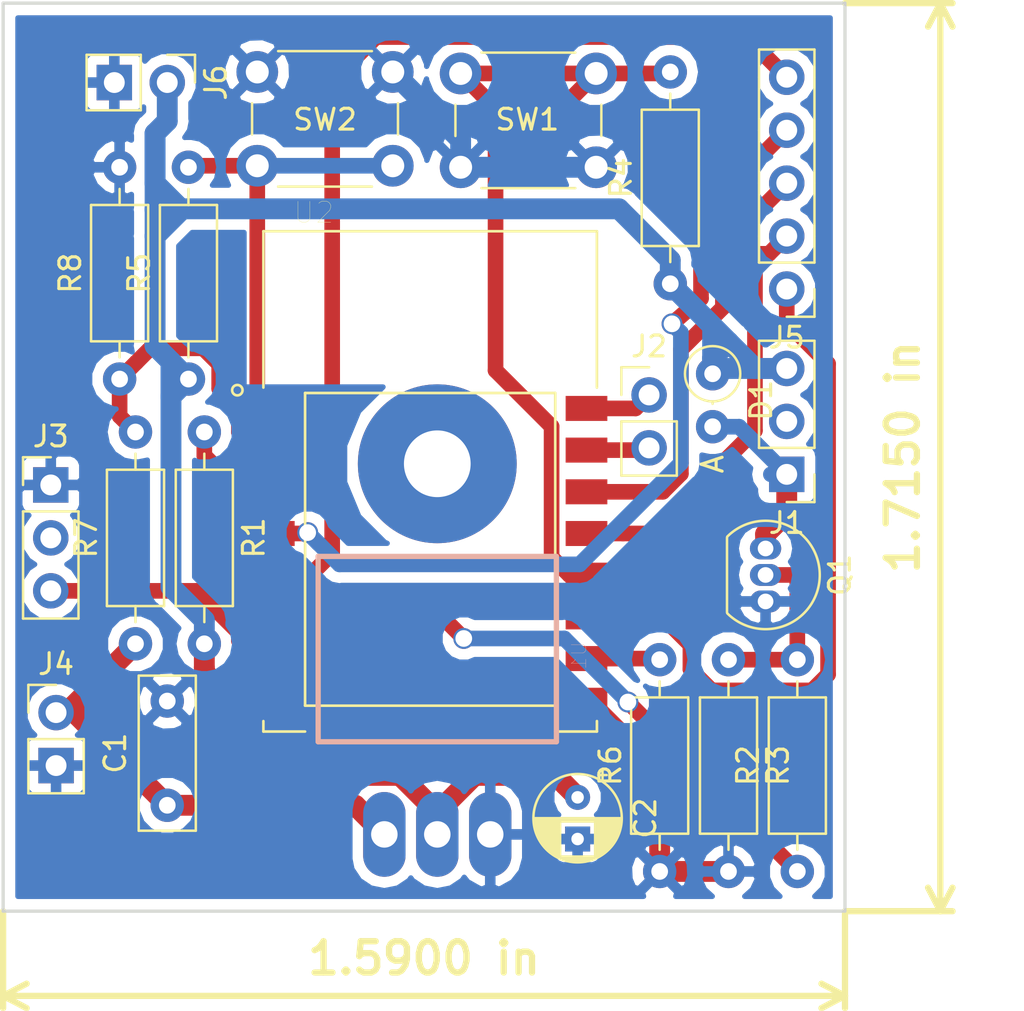
<source format=kicad_pcb>
(kicad_pcb (version 20171130) (host pcbnew "(5.0.1-3-g963ef8bb5)")

  (general
    (thickness 1.6)
    (drawings 6)
    (tracks 177)
    (zones 0)
    (modules 22)
    (nets 29)
  )

  (page A4)
  (title_block
    (title "Cue Stick PCB")
    (date 2020-03-06)
    (rev 1)
    (company "Author: Will Buxton")
    (comment 1 "Neuro Markers of Expertise VIP")
  )

  (layers
    (0 F.Cu signal)
    (31 B.Cu signal)
    (32 B.Adhes user)
    (33 F.Adhes user)
    (34 B.Paste user)
    (35 F.Paste user)
    (36 B.SilkS user)
    (37 F.SilkS user)
    (38 B.Mask user)
    (39 F.Mask user)
    (40 Dwgs.User user)
    (41 Cmts.User user)
    (42 Eco1.User user)
    (43 Eco2.User user)
    (44 Edge.Cuts user)
    (45 Margin user)
    (46 B.CrtYd user)
    (47 F.CrtYd user)
    (48 B.Fab user)
    (49 F.Fab user)
  )

  (setup
    (last_trace_width 0.75)
    (trace_clearance 0.3)
    (zone_clearance 0.508)
    (zone_45_only yes)
    (trace_min 0.5)
    (segment_width 0.2)
    (edge_width 0.15)
    (via_size 1)
    (via_drill 0.8)
    (via_min_size 0.4)
    (via_min_drill 0.3)
    (uvia_size 0.6)
    (uvia_drill 0.2)
    (uvias_allowed no)
    (uvia_min_size 0.2)
    (uvia_min_drill 0.1)
    (pcb_text_width 0.3)
    (pcb_text_size 1.5 1.5)
    (mod_edge_width 0.15)
    (mod_text_size 1 1)
    (mod_text_width 0.15)
    (pad_size 1.2 1.2)
    (pad_drill 0.6)
    (pad_to_mask_clearance 0.051)
    (solder_mask_min_width 0.25)
    (aux_axis_origin 0 0)
    (visible_elements FFFFFF7F)
    (pcbplotparams
      (layerselection 0x010fc_ffffffff)
      (usegerberextensions false)
      (usegerberattributes false)
      (usegerberadvancedattributes false)
      (creategerberjobfile false)
      (excludeedgelayer true)
      (linewidth 0.100000)
      (plotframeref true)
      (viasonmask false)
      (mode 1)
      (useauxorigin false)
      (hpglpennumber 1)
      (hpglpenspeed 20)
      (hpglpendiameter 15.000000)
      (psnegative false)
      (psa4output false)
      (plotreference true)
      (plotvalue true)
      (plotinvisibletext false)
      (padsonsilk false)
      (subtractmaskfromsilk false)
      (outputformat 4)
      (mirror false)
      (drillshape 0)
      (scaleselection 1)
      (outputdirectory ""))
  )

  (net 0 "")
  (net 1 "Net-(Q1-Pad2)")
  (net 2 GND)
  (net 3 VCC)
  (net 4 +3V3)
  (net 5 "Net-(J1-Pad2)")
  (net 6 "Net-(J2-Pad1)")
  (net 7 /RXD)
  (net 8 "Net-(J3-Pad3)")
  (net 9 "Net-(J3-Pad2)")
  (net 10 "Net-(R1-Pad1)")
  (net 11 /MOTOR)
  (net 12 "Net-(R4-Pad2)")
  (net 13 "Net-(R5-Pad2)")
  (net 14 "Net-(R6-Pad2)")
  (net 15 "Net-(U2-Pad14)")
  (net 16 "Net-(U2-Pad13)")
  (net 17 "Net-(U2-Pad12)")
  (net 18 "Net-(U2-Pad11)")
  (net 19 "Net-(U2-Pad10)")
  (net 20 "Net-(U2-Pad9)")
  (net 21 /ADC)
  (net 22 "Net-(J5-Pad1)")
  (net 23 "Net-(J5-Pad2)")
  (net 24 "Net-(J5-Pad3)")
  (net 25 /PIN4)
  (net 26 /PIN5)
  (net 27 "Net-(U1-PadHEAT)")
  (net 28 "Net-(D1-Pad2)")

  (net_class Default "This is the default net class."
    (clearance 0.3)
    (trace_width 0.75)
    (via_dia 1)
    (via_drill 0.8)
    (uvia_dia 0.6)
    (uvia_drill 0.2)
    (diff_pair_gap 0.25)
    (diff_pair_width 0.5)
    (add_net /ADC)
    (add_net /MOTOR)
    (add_net /PIN4)
    (add_net /PIN5)
    (add_net /RXD)
    (add_net "Net-(D1-Pad2)")
    (add_net "Net-(J1-Pad2)")
    (add_net "Net-(J2-Pad1)")
    (add_net "Net-(J3-Pad2)")
    (add_net "Net-(J3-Pad3)")
    (add_net "Net-(J5-Pad1)")
    (add_net "Net-(J5-Pad2)")
    (add_net "Net-(J5-Pad3)")
    (add_net "Net-(Q1-Pad2)")
    (add_net "Net-(R1-Pad1)")
    (add_net "Net-(R4-Pad2)")
    (add_net "Net-(R5-Pad2)")
    (add_net "Net-(R6-Pad2)")
    (add_net "Net-(U1-PadHEAT)")
    (add_net "Net-(U2-Pad10)")
    (add_net "Net-(U2-Pad11)")
    (add_net "Net-(U2-Pad12)")
    (add_net "Net-(U2-Pad13)")
    (add_net "Net-(U2-Pad14)")
    (add_net "Net-(U2-Pad9)")
  )

  (net_class Thic ""
    (clearance 0.3)
    (trace_width 1)
    (via_dia 1.2)
    (via_drill 1)
    (uvia_dia 0.6)
    (uvia_drill 0.2)
    (diff_pair_gap 0.25)
    (diff_pair_width 0.5)
    (add_net +3V3)
    (add_net GND)
    (add_net VCC)
  )

  (module PMIC-LD1117V33_TO-220_:TO-220 (layer B.Cu) (tedit 5E684A79) (tstamp 5E5FCD79)
    (at 68.58 43.18 180)
    (path /5E5EDFCA)
    (fp_text reference U1 (at -6.798834 -2.859323 270) (layer B.SilkS)
      (effects (font (size 0.700446 0.700446) (thickness 0.015)) (justify mirror))
    )
    (fp_text value "PMIC-LD1117V33(TO-220)" (at -5.08 -1.27 90) (layer B.Fab)
      (effects (font (size 0.700383 0.700383) (thickness 0.015)) (justify mirror))
    )
    (fp_poly (pts (xy -5.72255 10.795) (xy 5.715 10.795) (xy 5.715 -13.3526) (xy -5.72255 -13.3526)) (layer B.CrtYd) (width 0.01))
    (fp_line (start -5.715 -6.985) (end -5.715 1.905) (layer B.SilkS) (width 0.254))
    (fp_line (start 5.715 -6.985) (end -5.715 -6.985) (layer B.SilkS) (width 0.254))
    (fp_line (start 5.715 1.905) (end 5.715 -6.985) (layer B.SilkS) (width 0.254))
    (fp_line (start -5.715 1.905) (end 5.715 1.905) (layer B.SilkS) (width 0.254))
    (pad HEAT thru_hole circle (at 0 6.35 180) (size 7.62 7.62) (drill 3.2004) (layers *.Cu *.Mask)
      (net 27 "Net-(U1-PadHEAT)"))
    (pad 1 thru_hole oval (at 2.54 -11.43 180) (size 2.032 4.064) (drill 1.27) (layers *.Cu *.Mask)
      (net 3 VCC))
    (pad 3 thru_hole oval (at 0 -11.43 180) (size 2.032 4.064) (drill 1.27) (layers *.Cu *.Mask)
      (net 4 +3V3))
    (pad 2 thru_hole oval (at -2.54 -11.43 180) (size 2.032 4.064) (drill 1.27) (layers *.Cu *.Mask)
      (net 2 GND))
  )

  (module Button_Switch_THT:SW_PUSH_6mm (layer F.Cu) (tedit 5A02FE31) (tstamp 5E5F5D47)
    (at 76.2 22.606 180)
    (descr https://www.omron.com/ecb/products/pdf/en-b3f.pdf)
    (tags "tact sw push 6mm")
    (path /5E5EE437)
    (fp_text reference SW1 (at 3.302 2.286 180) (layer F.SilkS)
      (effects (font (size 1 1) (thickness 0.15)))
    )
    (fp_text value FLASH (at 3.75 6.7 180) (layer F.Fab)
      (effects (font (size 1 1) (thickness 0.15)))
    )
    (fp_circle (center 3.25 2.25) (end 1.25 2.5) (layer F.Fab) (width 0.1))
    (fp_line (start 6.75 3) (end 6.75 1.5) (layer F.SilkS) (width 0.12))
    (fp_line (start 5.5 -1) (end 1 -1) (layer F.SilkS) (width 0.12))
    (fp_line (start -0.25 1.5) (end -0.25 3) (layer F.SilkS) (width 0.12))
    (fp_line (start 1 5.5) (end 5.5 5.5) (layer F.SilkS) (width 0.12))
    (fp_line (start 8 -1.25) (end 8 5.75) (layer F.CrtYd) (width 0.05))
    (fp_line (start 7.75 6) (end -1.25 6) (layer F.CrtYd) (width 0.05))
    (fp_line (start -1.5 5.75) (end -1.5 -1.25) (layer F.CrtYd) (width 0.05))
    (fp_line (start -1.25 -1.5) (end 7.75 -1.5) (layer F.CrtYd) (width 0.05))
    (fp_line (start -1.5 6) (end -1.25 6) (layer F.CrtYd) (width 0.05))
    (fp_line (start -1.5 5.75) (end -1.5 6) (layer F.CrtYd) (width 0.05))
    (fp_line (start -1.5 -1.5) (end -1.25 -1.5) (layer F.CrtYd) (width 0.05))
    (fp_line (start -1.5 -1.25) (end -1.5 -1.5) (layer F.CrtYd) (width 0.05))
    (fp_line (start 8 -1.5) (end 8 -1.25) (layer F.CrtYd) (width 0.05))
    (fp_line (start 7.75 -1.5) (end 8 -1.5) (layer F.CrtYd) (width 0.05))
    (fp_line (start 8 6) (end 8 5.75) (layer F.CrtYd) (width 0.05))
    (fp_line (start 7.75 6) (end 8 6) (layer F.CrtYd) (width 0.05))
    (fp_line (start 0.25 -0.75) (end 3.25 -0.75) (layer F.Fab) (width 0.1))
    (fp_line (start 0.25 5.25) (end 0.25 -0.75) (layer F.Fab) (width 0.1))
    (fp_line (start 6.25 5.25) (end 0.25 5.25) (layer F.Fab) (width 0.1))
    (fp_line (start 6.25 -0.75) (end 6.25 5.25) (layer F.Fab) (width 0.1))
    (fp_line (start 3.25 -0.75) (end 6.25 -0.75) (layer F.Fab) (width 0.1))
    (fp_text user %R (at 3.25 2.25 180) (layer F.Fab)
      (effects (font (size 1 1) (thickness 0.15)))
    )
    (pad 1 thru_hole circle (at 6.5 0 270) (size 2 2) (drill 1.1) (layers *.Cu *.Mask)
      (net 2 GND))
    (pad 2 thru_hole circle (at 6.5 4.5 270) (size 2 2) (drill 1.1) (layers *.Cu *.Mask)
      (net 12 "Net-(R4-Pad2)"))
    (pad 1 thru_hole circle (at 0 0 270) (size 2 2) (drill 1.1) (layers *.Cu *.Mask)
      (net 2 GND))
    (pad 2 thru_hole circle (at 0 4.5 270) (size 2 2) (drill 1.1) (layers *.Cu *.Mask)
      (net 12 "Net-(R4-Pad2)"))
    (model ${KISYS3DMOD}/Button_Switch_THT.3dshapes/SW_PUSH_6mm.wrl
      (at (xyz 0 0 0))
      (scale (xyz 1 1 1))
      (rotate (xyz 0 0 0))
    )
  )

  (module Capacitor_THT:CP_Radial_D4.0mm_P2.00mm (layer F.Cu) (tedit 5E64990A) (tstamp 5E5F4B0A)
    (at 75.311 52.832 270)
    (descr "CP, Radial series, Radial, pin pitch=2.00mm, , diameter=4mm, Electrolytic Capacitor")
    (tags "CP Radial series Radial pin pitch 2.00mm  diameter 4mm Electrolytic Capacitor")
    (path /5E5EFCCD)
    (fp_text reference C2 (at 1 -3.25 270) (layer F.SilkS)
      (effects (font (size 1 1) (thickness 0.15)))
    )
    (fp_text value 10uF (at -2.286 0) (layer F.Fab)
      (effects (font (size 1 1) (thickness 0.15)))
    )
    (fp_circle (center 1 0) (end 3 0) (layer F.Fab) (width 0.1))
    (fp_circle (center 1 0) (end 3.12 0) (layer F.SilkS) (width 0.12))
    (fp_circle (center 1 0) (end 3.25 0) (layer F.CrtYd) (width 0.05))
    (fp_line (start -0.702554 -0.8675) (end -0.302554 -0.8675) (layer F.Fab) (width 0.1))
    (fp_line (start -0.502554 -1.0675) (end -0.502554 -0.6675) (layer F.Fab) (width 0.1))
    (fp_line (start 1 -2.08) (end 1 2.08) (layer F.SilkS) (width 0.12))
    (fp_line (start 1.04 -2.08) (end 1.04 2.08) (layer F.SilkS) (width 0.12))
    (fp_line (start 1.08 -2.079) (end 1.08 2.079) (layer F.SilkS) (width 0.12))
    (fp_line (start 1.12 -2.077) (end 1.12 2.077) (layer F.SilkS) (width 0.12))
    (fp_line (start 1.16 -2.074) (end 1.16 2.074) (layer F.SilkS) (width 0.12))
    (fp_line (start 1.2 -2.071) (end 1.2 -0.84) (layer F.SilkS) (width 0.12))
    (fp_line (start 1.2 0.84) (end 1.2 2.071) (layer F.SilkS) (width 0.12))
    (fp_line (start 1.24 -2.067) (end 1.24 -0.84) (layer F.SilkS) (width 0.12))
    (fp_line (start 1.24 0.84) (end 1.24 2.067) (layer F.SilkS) (width 0.12))
    (fp_line (start 1.28 -2.062) (end 1.28 -0.84) (layer F.SilkS) (width 0.12))
    (fp_line (start 1.28 0.84) (end 1.28 2.062) (layer F.SilkS) (width 0.12))
    (fp_line (start 1.32 -2.056) (end 1.32 -0.84) (layer F.SilkS) (width 0.12))
    (fp_line (start 1.32 0.84) (end 1.32 2.056) (layer F.SilkS) (width 0.12))
    (fp_line (start 1.36 -2.05) (end 1.36 -0.84) (layer F.SilkS) (width 0.12))
    (fp_line (start 1.36 0.84) (end 1.36 2.05) (layer F.SilkS) (width 0.12))
    (fp_line (start 1.4 -2.042) (end 1.4 -0.84) (layer F.SilkS) (width 0.12))
    (fp_line (start 1.4 0.84) (end 1.4 2.042) (layer F.SilkS) (width 0.12))
    (fp_line (start 1.44 -2.034) (end 1.44 -0.84) (layer F.SilkS) (width 0.12))
    (fp_line (start 1.44 0.84) (end 1.44 2.034) (layer F.SilkS) (width 0.12))
    (fp_line (start 1.48 -2.025) (end 1.48 -0.84) (layer F.SilkS) (width 0.12))
    (fp_line (start 1.48 0.84) (end 1.48 2.025) (layer F.SilkS) (width 0.12))
    (fp_line (start 1.52 -2.016) (end 1.52 -0.84) (layer F.SilkS) (width 0.12))
    (fp_line (start 1.52 0.84) (end 1.52 2.016) (layer F.SilkS) (width 0.12))
    (fp_line (start 1.56 -2.005) (end 1.56 -0.84) (layer F.SilkS) (width 0.12))
    (fp_line (start 1.56 0.84) (end 1.56 2.005) (layer F.SilkS) (width 0.12))
    (fp_line (start 1.6 -1.994) (end 1.6 -0.84) (layer F.SilkS) (width 0.12))
    (fp_line (start 1.6 0.84) (end 1.6 1.994) (layer F.SilkS) (width 0.12))
    (fp_line (start 1.64 -1.982) (end 1.64 -0.84) (layer F.SilkS) (width 0.12))
    (fp_line (start 1.64 0.84) (end 1.64 1.982) (layer F.SilkS) (width 0.12))
    (fp_line (start 1.68 -1.968) (end 1.68 -0.84) (layer F.SilkS) (width 0.12))
    (fp_line (start 1.68 0.84) (end 1.68 1.968) (layer F.SilkS) (width 0.12))
    (fp_line (start 1.721 -1.954) (end 1.721 -0.84) (layer F.SilkS) (width 0.12))
    (fp_line (start 1.721 0.84) (end 1.721 1.954) (layer F.SilkS) (width 0.12))
    (fp_line (start 1.761 -1.94) (end 1.761 -0.84) (layer F.SilkS) (width 0.12))
    (fp_line (start 1.761 0.84) (end 1.761 1.94) (layer F.SilkS) (width 0.12))
    (fp_line (start 1.801 -1.924) (end 1.801 -0.84) (layer F.SilkS) (width 0.12))
    (fp_line (start 1.801 0.84) (end 1.801 1.924) (layer F.SilkS) (width 0.12))
    (fp_line (start 1.841 -1.907) (end 1.841 -0.84) (layer F.SilkS) (width 0.12))
    (fp_line (start 1.841 0.84) (end 1.841 1.907) (layer F.SilkS) (width 0.12))
    (fp_line (start 1.881 -1.889) (end 1.881 -0.84) (layer F.SilkS) (width 0.12))
    (fp_line (start 1.881 0.84) (end 1.881 1.889) (layer F.SilkS) (width 0.12))
    (fp_line (start 1.921 -1.87) (end 1.921 -0.84) (layer F.SilkS) (width 0.12))
    (fp_line (start 1.921 0.84) (end 1.921 1.87) (layer F.SilkS) (width 0.12))
    (fp_line (start 1.961 -1.851) (end 1.961 -0.84) (layer F.SilkS) (width 0.12))
    (fp_line (start 1.961 0.84) (end 1.961 1.851) (layer F.SilkS) (width 0.12))
    (fp_line (start 2.001 -1.83) (end 2.001 -0.84) (layer F.SilkS) (width 0.12))
    (fp_line (start 2.001 0.84) (end 2.001 1.83) (layer F.SilkS) (width 0.12))
    (fp_line (start 2.041 -1.808) (end 2.041 -0.84) (layer F.SilkS) (width 0.12))
    (fp_line (start 2.041 0.84) (end 2.041 1.808) (layer F.SilkS) (width 0.12))
    (fp_line (start 2.081 -1.785) (end 2.081 -0.84) (layer F.SilkS) (width 0.12))
    (fp_line (start 2.081 0.84) (end 2.081 1.785) (layer F.SilkS) (width 0.12))
    (fp_line (start 2.121 -1.76) (end 2.121 -0.84) (layer F.SilkS) (width 0.12))
    (fp_line (start 2.121 0.84) (end 2.121 1.76) (layer F.SilkS) (width 0.12))
    (fp_line (start 2.161 -1.735) (end 2.161 -0.84) (layer F.SilkS) (width 0.12))
    (fp_line (start 2.161 0.84) (end 2.161 1.735) (layer F.SilkS) (width 0.12))
    (fp_line (start 2.201 -1.708) (end 2.201 -0.84) (layer F.SilkS) (width 0.12))
    (fp_line (start 2.201 0.84) (end 2.201 1.708) (layer F.SilkS) (width 0.12))
    (fp_line (start 2.241 -1.68) (end 2.241 -0.84) (layer F.SilkS) (width 0.12))
    (fp_line (start 2.241 0.84) (end 2.241 1.68) (layer F.SilkS) (width 0.12))
    (fp_line (start 2.281 -1.65) (end 2.281 -0.84) (layer F.SilkS) (width 0.12))
    (fp_line (start 2.281 0.84) (end 2.281 1.65) (layer F.SilkS) (width 0.12))
    (fp_line (start 2.321 -1.619) (end 2.321 -0.84) (layer F.SilkS) (width 0.12))
    (fp_line (start 2.321 0.84) (end 2.321 1.619) (layer F.SilkS) (width 0.12))
    (fp_line (start 2.361 -1.587) (end 2.361 -0.84) (layer F.SilkS) (width 0.12))
    (fp_line (start 2.361 0.84) (end 2.361 1.587) (layer F.SilkS) (width 0.12))
    (fp_line (start 2.401 -1.552) (end 2.401 -0.84) (layer F.SilkS) (width 0.12))
    (fp_line (start 2.401 0.84) (end 2.401 1.552) (layer F.SilkS) (width 0.12))
    (fp_line (start 2.441 -1.516) (end 2.441 -0.84) (layer F.SilkS) (width 0.12))
    (fp_line (start 2.441 0.84) (end 2.441 1.516) (layer F.SilkS) (width 0.12))
    (fp_line (start 2.481 -1.478) (end 2.481 -0.84) (layer F.SilkS) (width 0.12))
    (fp_line (start 2.481 0.84) (end 2.481 1.478) (layer F.SilkS) (width 0.12))
    (fp_line (start 2.521 -1.438) (end 2.521 -0.84) (layer F.SilkS) (width 0.12))
    (fp_line (start 2.521 0.84) (end 2.521 1.438) (layer F.SilkS) (width 0.12))
    (fp_line (start 2.561 -1.396) (end 2.561 -0.84) (layer F.SilkS) (width 0.12))
    (fp_line (start 2.561 0.84) (end 2.561 1.396) (layer F.SilkS) (width 0.12))
    (fp_line (start 2.601 -1.351) (end 2.601 -0.84) (layer F.SilkS) (width 0.12))
    (fp_line (start 2.601 0.84) (end 2.601 1.351) (layer F.SilkS) (width 0.12))
    (fp_line (start 2.641 -1.304) (end 2.641 -0.84) (layer F.SilkS) (width 0.12))
    (fp_line (start 2.641 0.84) (end 2.641 1.304) (layer F.SilkS) (width 0.12))
    (fp_line (start 2.681 -1.254) (end 2.681 -0.84) (layer F.SilkS) (width 0.12))
    (fp_line (start 2.681 0.84) (end 2.681 1.254) (layer F.SilkS) (width 0.12))
    (fp_line (start 2.721 -1.2) (end 2.721 -0.84) (layer F.SilkS) (width 0.12))
    (fp_line (start 2.721 0.84) (end 2.721 1.2) (layer F.SilkS) (width 0.12))
    (fp_line (start 2.761 -1.142) (end 2.761 -0.84) (layer F.SilkS) (width 0.12))
    (fp_line (start 2.761 0.84) (end 2.761 1.142) (layer F.SilkS) (width 0.12))
    (fp_line (start 2.801 -1.08) (end 2.801 -0.84) (layer F.SilkS) (width 0.12))
    (fp_line (start 2.801 0.84) (end 2.801 1.08) (layer F.SilkS) (width 0.12))
    (fp_line (start 2.841 -1.013) (end 2.841 1.013) (layer F.SilkS) (width 0.12))
    (fp_line (start 2.881 -0.94) (end 2.881 0.94) (layer F.SilkS) (width 0.12))
    (fp_line (start 2.921 -0.859) (end 2.921 0.859) (layer F.SilkS) (width 0.12))
    (fp_line (start 2.961 -0.768) (end 2.961 0.768) (layer F.SilkS) (width 0.12))
    (fp_line (start 3.001 -0.664) (end 3.001 0.664) (layer F.SilkS) (width 0.12))
    (fp_line (start 3.041 -0.537) (end 3.041 0.537) (layer F.SilkS) (width 0.12))
    (fp_line (start 3.081 -0.37) (end 3.081 0.37) (layer F.SilkS) (width 0.12))
    (fp_line (start -1.269801 -1.195) (end -0.869801 -1.195) (layer F.SilkS) (width 0.12))
    (fp_line (start -1.069801 -1.395) (end -1.069801 -0.995) (layer F.SilkS) (width 0.12))
    (fp_text user %R (at 1 0 270) (layer F.Fab)
      (effects (font (size 0.8 0.8) (thickness 0.12)))
    )
    (pad 1 thru_hole circle (at 0 0 270) (size 1.2 1.2) (drill 0.6) (layers *.Cu *.Mask)
      (net 4 +3V3))
    (pad 2 thru_hole rect (at 2 0 270) (size 1.2 1.2) (drill 0.6) (layers *.Cu *.Mask)
      (net 2 GND))
    (model ${KISYS3DMOD}/Capacitor_THT.3dshapes/CP_Radial_D4.0mm_P2.00mm.wrl
      (at (xyz 0 0 0))
      (scale (xyz 1 1 1))
      (rotate (xyz 0 0 0))
    )
  )

  (module Connector_PinHeader_2.54mm:PinHeader_1x03_P2.54mm_Vertical (layer F.Cu) (tedit 59FED5CC) (tstamp 5E5F4B21)
    (at 85.344 37.338 180)
    (descr "Through hole straight pin header, 1x03, 2.54mm pitch, single row")
    (tags "Through hole pin header THT 1x03 2.54mm single row")
    (path /5E5F435F)
    (fp_text reference J1 (at 0 -2.33 180) (layer F.SilkS)
      (effects (font (size 1 1) (thickness 0.15)))
    )
    (fp_text value MOTOR (at 0 7.41 180) (layer F.Fab)
      (effects (font (size 1 1) (thickness 0.15)))
    )
    (fp_line (start -0.635 -1.27) (end 1.27 -1.27) (layer F.Fab) (width 0.1))
    (fp_line (start 1.27 -1.27) (end 1.27 6.35) (layer F.Fab) (width 0.1))
    (fp_line (start 1.27 6.35) (end -1.27 6.35) (layer F.Fab) (width 0.1))
    (fp_line (start -1.27 6.35) (end -1.27 -0.635) (layer F.Fab) (width 0.1))
    (fp_line (start -1.27 -0.635) (end -0.635 -1.27) (layer F.Fab) (width 0.1))
    (fp_line (start -1.33 6.41) (end 1.33 6.41) (layer F.SilkS) (width 0.12))
    (fp_line (start -1.33 1.27) (end -1.33 6.41) (layer F.SilkS) (width 0.12))
    (fp_line (start 1.33 1.27) (end 1.33 6.41) (layer F.SilkS) (width 0.12))
    (fp_line (start -1.33 1.27) (end 1.33 1.27) (layer F.SilkS) (width 0.12))
    (fp_line (start -1.33 0) (end -1.33 -1.33) (layer F.SilkS) (width 0.12))
    (fp_line (start -1.33 -1.33) (end 0 -1.33) (layer F.SilkS) (width 0.12))
    (fp_line (start -1.8 -1.8) (end -1.8 6.85) (layer F.CrtYd) (width 0.05))
    (fp_line (start -1.8 6.85) (end 1.8 6.85) (layer F.CrtYd) (width 0.05))
    (fp_line (start 1.8 6.85) (end 1.8 -1.8) (layer F.CrtYd) (width 0.05))
    (fp_line (start 1.8 -1.8) (end -1.8 -1.8) (layer F.CrtYd) (width 0.05))
    (fp_text user %R (at 0 2.54 270) (layer F.Fab)
      (effects (font (size 1 1) (thickness 0.15)))
    )
    (pad 1 thru_hole rect (at 0 0 180) (size 1.7 1.7) (drill 1) (layers *.Cu *.Mask)
      (net 28 "Net-(D1-Pad2)"))
    (pad 2 thru_hole oval (at 0 2.54 180) (size 1.7 1.7) (drill 1) (layers *.Cu *.Mask)
      (net 5 "Net-(J1-Pad2)"))
    (pad 3 thru_hole oval (at 0 5.08 180) (size 1.7 1.7) (drill 1) (layers *.Cu *.Mask)
      (net 4 +3V3))
    (model ${KISYS3DMOD}/Connector_PinHeader_2.54mm.3dshapes/PinHeader_1x03_P2.54mm_Vertical.wrl
      (at (xyz 0 0 0))
      (scale (xyz 1 1 1))
      (rotate (xyz 0 0 0))
    )
  )

  (module Connector_PinHeader_2.54mm:PinHeader_1x02_P2.54mm_Vertical (layer F.Cu) (tedit 59FED5CC) (tstamp 5E5F4B37)
    (at 78.74 33.528)
    (descr "Through hole straight pin header, 1x02, 2.54mm pitch, single row")
    (tags "Through hole pin header THT 1x02 2.54mm single row")
    (path /5E5EE4BF)
    (fp_text reference J2 (at 0 -2.33) (layer F.SilkS)
      (effects (font (size 1 1) (thickness 0.15)))
    )
    (fp_text value PROGRAM (at 0 4.87) (layer F.Fab)
      (effects (font (size 1 1) (thickness 0.15)))
    )
    (fp_line (start -0.635 -1.27) (end 1.27 -1.27) (layer F.Fab) (width 0.1))
    (fp_line (start 1.27 -1.27) (end 1.27 3.81) (layer F.Fab) (width 0.1))
    (fp_line (start 1.27 3.81) (end -1.27 3.81) (layer F.Fab) (width 0.1))
    (fp_line (start -1.27 3.81) (end -1.27 -0.635) (layer F.Fab) (width 0.1))
    (fp_line (start -1.27 -0.635) (end -0.635 -1.27) (layer F.Fab) (width 0.1))
    (fp_line (start -1.33 3.87) (end 1.33 3.87) (layer F.SilkS) (width 0.12))
    (fp_line (start -1.33 1.27) (end -1.33 3.87) (layer F.SilkS) (width 0.12))
    (fp_line (start 1.33 1.27) (end 1.33 3.87) (layer F.SilkS) (width 0.12))
    (fp_line (start -1.33 1.27) (end 1.33 1.27) (layer F.SilkS) (width 0.12))
    (fp_line (start -1.33 0) (end -1.33 -1.33) (layer F.SilkS) (width 0.12))
    (fp_line (start -1.33 -1.33) (end 0 -1.33) (layer F.SilkS) (width 0.12))
    (fp_line (start -1.8 -1.8) (end -1.8 4.35) (layer F.CrtYd) (width 0.05))
    (fp_line (start -1.8 4.35) (end 1.8 4.35) (layer F.CrtYd) (width 0.05))
    (fp_line (start 1.8 4.35) (end 1.8 -1.8) (layer F.CrtYd) (width 0.05))
    (fp_line (start 1.8 -1.8) (end -1.8 -1.8) (layer F.CrtYd) (width 0.05))
    (fp_text user %R (at 0 1.27 90) (layer F.Fab)
      (effects (font (size 1 1) (thickness 0.15)))
    )
    (pad 1 thru_hole oval (at 0 0) (size 1.7 1.7) (drill 1) (layers *.Cu *.Mask)
      (net 6 "Net-(J2-Pad1)"))
    (pad 2 thru_hole oval (at 0 2.54) (size 1.7 1.7) (drill 1) (layers *.Cu *.Mask)
      (net 7 /RXD))
    (model ${KISYS3DMOD}/Connector_PinHeader_2.54mm.3dshapes/PinHeader_1x02_P2.54mm_Vertical.wrl
      (at (xyz 0 0 0))
      (scale (xyz 1 1 1))
      (rotate (xyz 0 0 0))
    )
  )

  (module Connector_PinHeader_2.54mm:PinHeader_1x03_P2.54mm_Vertical (layer F.Cu) (tedit 5E5EFB7B) (tstamp 5E5F4B4E)
    (at 50.038 37.846)
    (descr "Through hole straight pin header, 1x03, 2.54mm pitch, single row")
    (tags "Through hole pin header THT 1x03 2.54mm single row")
    (path /5E5F509A)
    (fp_text reference J3 (at 0 -2.33) (layer F.SilkS)
      (effects (font (size 1 1) (thickness 0.15)))
    )
    (fp_text value LED (at 0 7.41) (layer F.Fab)
      (effects (font (size 1 1) (thickness 0.15)))
    )
    (fp_text user %R (at 0 2.54 90) (layer F.Fab)
      (effects (font (size 1 1) (thickness 0.15)))
    )
    (fp_line (start 1.8 -1.8) (end -1.8 -1.8) (layer F.CrtYd) (width 0.05))
    (fp_line (start 1.8 6.85) (end 1.8 -1.8) (layer F.CrtYd) (width 0.05))
    (fp_line (start -1.8 6.85) (end 1.8 6.85) (layer F.CrtYd) (width 0.05))
    (fp_line (start -1.8 -1.8) (end -1.8 6.85) (layer F.CrtYd) (width 0.05))
    (fp_line (start -1.33 -1.33) (end 0 -1.33) (layer F.SilkS) (width 0.12))
    (fp_line (start -1.33 0) (end -1.33 -1.33) (layer F.SilkS) (width 0.12))
    (fp_line (start -1.33 1.27) (end 1.33 1.27) (layer F.SilkS) (width 0.12))
    (fp_line (start 1.33 1.27) (end 1.33 6.41) (layer F.SilkS) (width 0.12))
    (fp_line (start -1.33 1.27) (end -1.33 6.41) (layer F.SilkS) (width 0.12))
    (fp_line (start -1.33 6.41) (end 1.33 6.41) (layer F.SilkS) (width 0.12))
    (fp_line (start -1.27 -0.635) (end -0.635 -1.27) (layer F.Fab) (width 0.1))
    (fp_line (start -1.27 6.35) (end -1.27 -0.635) (layer F.Fab) (width 0.1))
    (fp_line (start 1.27 6.35) (end -1.27 6.35) (layer F.Fab) (width 0.1))
    (fp_line (start 1.27 -1.27) (end 1.27 6.35) (layer F.Fab) (width 0.1))
    (fp_line (start -0.635 -1.27) (end 1.27 -1.27) (layer F.Fab) (width 0.1))
    (pad 3 thru_hole oval (at 0 5.08) (size 1.7 1.7) (drill 1) (layers *.Cu *.Mask)
      (net 8 "Net-(J3-Pad3)"))
    (pad 2 thru_hole oval (at 0 2.54) (size 1.7 1.7) (drill 1) (layers *.Cu *.Mask)
      (net 9 "Net-(J3-Pad2)"))
    (pad 1 thru_hole rect (at 0 0) (size 1.7 1.7) (drill 1) (layers *.Cu *.Mask)
      (net 2 GND))
    (model ${KISYS3DMOD}/Connector_PinHeader_2.54mm.3dshapes/PinHeader_1x03_P2.54mm_Vertical.wrl
      (at (xyz 0 0 0))
      (scale (xyz 1 1 1))
      (rotate (xyz 0 0 0))
    )
  )

  (module Connector_PinHeader_2.54mm:PinHeader_1x02_P2.54mm_Vertical (layer F.Cu) (tedit 5E649833) (tstamp 5E5F6125)
    (at 50.292 48.768)
    (descr "Through hole straight pin header, 1x02, 2.54mm pitch, single row")
    (tags "Through hole pin header THT 1x02 2.54mm single row")
    (path /5E5EFB88)
    (fp_text reference J4 (at 0 -2.33) (layer F.SilkS)
      (effects (font (size 1 1) (thickness 0.15)))
    )
    (fp_text value PWR (at 0 4.87) (layer F.Fab)
      (effects (font (size 1 1) (thickness 0.15)))
    )
    (fp_text user %R (at 0 1.27 -270) (layer F.Fab)
      (effects (font (size 1 1) (thickness 0.15)))
    )
    (fp_line (start 1.8 -1.8) (end -1.8 -1.8) (layer F.CrtYd) (width 0.05))
    (fp_line (start 1.8 4.35) (end 1.8 -1.8) (layer F.CrtYd) (width 0.05))
    (fp_line (start -1.8 4.35) (end 1.8 4.35) (layer F.CrtYd) (width 0.05))
    (fp_line (start -1.8 -1.8) (end -1.8 4.35) (layer F.CrtYd) (width 0.05))
    (fp_line (start -1.33 -1.33) (end 0 -1.33) (layer F.SilkS) (width 0.12))
    (fp_line (start -1.33 0) (end -1.33 -1.33) (layer F.SilkS) (width 0.12))
    (fp_line (start -1.33 1.27) (end 1.33 1.27) (layer F.SilkS) (width 0.12))
    (fp_line (start 1.33 1.27) (end 1.33 3.87) (layer F.SilkS) (width 0.12))
    (fp_line (start -1.33 1.27) (end -1.33 3.87) (layer F.SilkS) (width 0.12))
    (fp_line (start -1.33 3.87) (end 1.33 3.87) (layer F.SilkS) (width 0.12))
    (fp_line (start -1.27 -0.635) (end -0.635 -1.27) (layer F.Fab) (width 0.1))
    (fp_line (start -1.27 3.81) (end -1.27 -0.635) (layer F.Fab) (width 0.1))
    (fp_line (start 1.27 3.81) (end -1.27 3.81) (layer F.Fab) (width 0.1))
    (fp_line (start 1.27 -1.27) (end 1.27 3.81) (layer F.Fab) (width 0.1))
    (fp_line (start -0.635 -1.27) (end 1.27 -1.27) (layer F.Fab) (width 0.1))
    (pad 2 thru_hole rect (at 0 2.54) (size 1.7 1.7) (drill 1) (layers *.Cu *.Mask)
      (net 2 GND))
    (pad 1 thru_hole circle (at 0 0) (size 1.7 1.7) (drill 1) (layers *.Cu *.Mask)
      (net 3 VCC))
    (model ${KISYS3DMOD}/Connector_PinHeader_2.54mm.3dshapes/PinHeader_1x02_P2.54mm_Vertical.wrl
      (at (xyz 0 0 0))
      (scale (xyz 1 1 1))
      (rotate (xyz 0 0 0))
    )
  )

  (module Package_TO_SOT_THT:TO-92_Inline (layer F.Cu) (tedit 5E6498AD) (tstamp 5E5F4B76)
    (at 84.328 40.894 270)
    (descr "TO-92 leads in-line, narrow, oval pads, drill 0.75mm (see NXP sot054_po.pdf)")
    (tags "to-92 sc-43 sc-43a sot54 PA33 transistor")
    (path /5E5EE117)
    (fp_text reference Q1 (at 1.27 -3.56 270) (layer F.SilkS)
      (effects (font (size 1 1) (thickness 0.15)))
    )
    (fp_text value BC337 (at 1.27 2.79 270) (layer F.Fab)
      (effects (font (size 1 1) (thickness 0.15)))
    )
    (fp_text user %R (at 1.27 -3.56 270) (layer F.Fab)
      (effects (font (size 1 1) (thickness 0.15)))
    )
    (fp_line (start -0.53 1.85) (end 3.07 1.85) (layer F.SilkS) (width 0.12))
    (fp_line (start -0.5 1.75) (end 3 1.75) (layer F.Fab) (width 0.1))
    (fp_line (start -1.46 -2.73) (end 4 -2.73) (layer F.CrtYd) (width 0.05))
    (fp_line (start -1.46 -2.73) (end -1.46 2.01) (layer F.CrtYd) (width 0.05))
    (fp_line (start 4 2.01) (end 4 -2.73) (layer F.CrtYd) (width 0.05))
    (fp_line (start 4 2.01) (end -1.46 2.01) (layer F.CrtYd) (width 0.05))
    (fp_arc (start 1.27 0) (end 1.27 -2.48) (angle 135) (layer F.Fab) (width 0.1))
    (fp_arc (start 1.27 0) (end 1.27 -2.6) (angle -135) (layer F.SilkS) (width 0.12))
    (fp_arc (start 1.27 0) (end 1.27 -2.48) (angle -135) (layer F.Fab) (width 0.1))
    (fp_arc (start 1.27 0) (end 1.27 -2.6) (angle 135) (layer F.SilkS) (width 0.12))
    (pad 2 thru_hole oval (at 1.27 0 270) (size 1.05 1.5) (drill 0.75) (layers *.Cu *.Mask)
      (net 1 "Net-(Q1-Pad2)"))
    (pad 3 thru_hole oval (at 2.54 0 270) (size 1.05 1.5) (drill 0.75) (layers *.Cu *.Mask)
      (net 2 GND))
    (pad 1 thru_hole oval (at 0 0 270) (size 1.05 1.5) (drill 0.75) (layers *.Cu *.Mask)
      (net 28 "Net-(D1-Pad2)"))
    (model ${KISYS3DMOD}/Package_TO_SOT_THT.3dshapes/TO-92_Inline.wrl
      (at (xyz 0 0 0))
      (scale (xyz 1 1 1))
      (rotate (xyz 0 0 0))
    )
  )

  (module Resistor_THT:R_Axial_DIN0207_L6.3mm_D2.5mm_P10.16mm_Horizontal (layer F.Cu) (tedit 5AE5139B) (tstamp 5E5F4B8D)
    (at 57.404 35.306 270)
    (descr "Resistor, Axial_DIN0207 series, Axial, Horizontal, pin pitch=10.16mm, 0.25W = 1/4W, length*diameter=6.3*2.5mm^2, http://cdn-reichelt.de/documents/datenblatt/B400/1_4W%23YAG.pdf")
    (tags "Resistor Axial_DIN0207 series Axial Horizontal pin pitch 10.16mm 0.25W = 1/4W length 6.3mm diameter 2.5mm")
    (path /5E5F0576)
    (fp_text reference R1 (at 5.08 -2.37 270) (layer F.SilkS)
      (effects (font (size 1 1) (thickness 0.15)))
    )
    (fp_text value R (at 5.08 2.37 270) (layer F.Fab)
      (effects (font (size 1 1) (thickness 0.15)))
    )
    (fp_line (start 1.93 -1.25) (end 1.93 1.25) (layer F.Fab) (width 0.1))
    (fp_line (start 1.93 1.25) (end 8.23 1.25) (layer F.Fab) (width 0.1))
    (fp_line (start 8.23 1.25) (end 8.23 -1.25) (layer F.Fab) (width 0.1))
    (fp_line (start 8.23 -1.25) (end 1.93 -1.25) (layer F.Fab) (width 0.1))
    (fp_line (start 0 0) (end 1.93 0) (layer F.Fab) (width 0.1))
    (fp_line (start 10.16 0) (end 8.23 0) (layer F.Fab) (width 0.1))
    (fp_line (start 1.81 -1.37) (end 1.81 1.37) (layer F.SilkS) (width 0.12))
    (fp_line (start 1.81 1.37) (end 8.35 1.37) (layer F.SilkS) (width 0.12))
    (fp_line (start 8.35 1.37) (end 8.35 -1.37) (layer F.SilkS) (width 0.12))
    (fp_line (start 8.35 -1.37) (end 1.81 -1.37) (layer F.SilkS) (width 0.12))
    (fp_line (start 1.04 0) (end 1.81 0) (layer F.SilkS) (width 0.12))
    (fp_line (start 9.12 0) (end 8.35 0) (layer F.SilkS) (width 0.12))
    (fp_line (start -1.05 -1.5) (end -1.05 1.5) (layer F.CrtYd) (width 0.05))
    (fp_line (start -1.05 1.5) (end 11.21 1.5) (layer F.CrtYd) (width 0.05))
    (fp_line (start 11.21 1.5) (end 11.21 -1.5) (layer F.CrtYd) (width 0.05))
    (fp_line (start 11.21 -1.5) (end -1.05 -1.5) (layer F.CrtYd) (width 0.05))
    (fp_text user %R (at 5.08 0 270) (layer F.Fab)
      (effects (font (size 1 1) (thickness 0.15)))
    )
    (pad 1 thru_hole circle (at 0 0 270) (size 1.6 1.6) (drill 0.8) (layers *.Cu *.Mask)
      (net 10 "Net-(R1-Pad1)"))
    (pad 2 thru_hole oval (at 10.16 0 270) (size 1.6 1.6) (drill 0.8) (layers *.Cu *.Mask)
      (net 4 +3V3))
    (model ${KISYS3DMOD}/Resistor_THT.3dshapes/R_Axial_DIN0207_L6.3mm_D2.5mm_P10.16mm_Horizontal.wrl
      (at (xyz 0 0 0))
      (scale (xyz 1 1 1))
      (rotate (xyz 0 0 0))
    )
  )

  (module Resistor_THT:R_Axial_DIN0207_L6.3mm_D2.5mm_P10.16mm_Horizontal (layer F.Cu) (tedit 5AE5139B) (tstamp 5E5F5F36)
    (at 85.852 56.388 90)
    (descr "Resistor, Axial_DIN0207 series, Axial, Horizontal, pin pitch=10.16mm, 0.25W = 1/4W, length*diameter=6.3*2.5mm^2, http://cdn-reichelt.de/documents/datenblatt/B400/1_4W%23YAG.pdf")
    (tags "Resistor Axial_DIN0207 series Axial Horizontal pin pitch 10.16mm 0.25W = 1/4W length 6.3mm diameter 2.5mm")
    (path /5E5F5FCA)
    (fp_text reference R2 (at 5.08 -2.37 90) (layer F.SilkS)
      (effects (font (size 1 1) (thickness 0.15)))
    )
    (fp_text value 220 (at 5.08 2.37 90) (layer F.Fab)
      (effects (font (size 1 1) (thickness 0.15)))
    )
    (fp_text user %R (at 5.08 0 90) (layer F.Fab)
      (effects (font (size 1 1) (thickness 0.15)))
    )
    (fp_line (start 11.21 -1.5) (end -1.05 -1.5) (layer F.CrtYd) (width 0.05))
    (fp_line (start 11.21 1.5) (end 11.21 -1.5) (layer F.CrtYd) (width 0.05))
    (fp_line (start -1.05 1.5) (end 11.21 1.5) (layer F.CrtYd) (width 0.05))
    (fp_line (start -1.05 -1.5) (end -1.05 1.5) (layer F.CrtYd) (width 0.05))
    (fp_line (start 9.12 0) (end 8.35 0) (layer F.SilkS) (width 0.12))
    (fp_line (start 1.04 0) (end 1.81 0) (layer F.SilkS) (width 0.12))
    (fp_line (start 8.35 -1.37) (end 1.81 -1.37) (layer F.SilkS) (width 0.12))
    (fp_line (start 8.35 1.37) (end 8.35 -1.37) (layer F.SilkS) (width 0.12))
    (fp_line (start 1.81 1.37) (end 8.35 1.37) (layer F.SilkS) (width 0.12))
    (fp_line (start 1.81 -1.37) (end 1.81 1.37) (layer F.SilkS) (width 0.12))
    (fp_line (start 10.16 0) (end 8.23 0) (layer F.Fab) (width 0.1))
    (fp_line (start 0 0) (end 1.93 0) (layer F.Fab) (width 0.1))
    (fp_line (start 8.23 -1.25) (end 1.93 -1.25) (layer F.Fab) (width 0.1))
    (fp_line (start 8.23 1.25) (end 8.23 -1.25) (layer F.Fab) (width 0.1))
    (fp_line (start 1.93 1.25) (end 8.23 1.25) (layer F.Fab) (width 0.1))
    (fp_line (start 1.93 -1.25) (end 1.93 1.25) (layer F.Fab) (width 0.1))
    (pad 2 thru_hole oval (at 10.16 0 90) (size 1.6 1.6) (drill 0.8) (layers *.Cu *.Mask)
      (net 1 "Net-(Q1-Pad2)"))
    (pad 1 thru_hole circle (at 0 0 90) (size 1.6 1.6) (drill 0.8) (layers *.Cu *.Mask)
      (net 11 /MOTOR))
    (model ${KISYS3DMOD}/Resistor_THT.3dshapes/R_Axial_DIN0207_L6.3mm_D2.5mm_P10.16mm_Horizontal.wrl
      (at (xyz 0 0 0))
      (scale (xyz 1 1 1))
      (rotate (xyz 0 0 0))
    )
  )

  (module Resistor_THT:R_Axial_DIN0207_L6.3mm_D2.5mm_P10.16mm_Horizontal (layer F.Cu) (tedit 5AE5139B) (tstamp 5E5F66E6)
    (at 82.55 46.228 270)
    (descr "Resistor, Axial_DIN0207 series, Axial, Horizontal, pin pitch=10.16mm, 0.25W = 1/4W, length*diameter=6.3*2.5mm^2, http://cdn-reichelt.de/documents/datenblatt/B400/1_4W%23YAG.pdf")
    (tags "Resistor Axial_DIN0207 series Axial Horizontal pin pitch 10.16mm 0.25W = 1/4W length 6.3mm diameter 2.5mm")
    (path /5E5F5B53)
    (fp_text reference R3 (at 5.08 -2.37 270) (layer F.SilkS)
      (effects (font (size 1 1) (thickness 0.15)))
    )
    (fp_text value 220 (at 5.08 2.37 270) (layer F.Fab)
      (effects (font (size 1 1) (thickness 0.15)))
    )
    (fp_line (start 1.93 -1.25) (end 1.93 1.25) (layer F.Fab) (width 0.1))
    (fp_line (start 1.93 1.25) (end 8.23 1.25) (layer F.Fab) (width 0.1))
    (fp_line (start 8.23 1.25) (end 8.23 -1.25) (layer F.Fab) (width 0.1))
    (fp_line (start 8.23 -1.25) (end 1.93 -1.25) (layer F.Fab) (width 0.1))
    (fp_line (start 0 0) (end 1.93 0) (layer F.Fab) (width 0.1))
    (fp_line (start 10.16 0) (end 8.23 0) (layer F.Fab) (width 0.1))
    (fp_line (start 1.81 -1.37) (end 1.81 1.37) (layer F.SilkS) (width 0.12))
    (fp_line (start 1.81 1.37) (end 8.35 1.37) (layer F.SilkS) (width 0.12))
    (fp_line (start 8.35 1.37) (end 8.35 -1.37) (layer F.SilkS) (width 0.12))
    (fp_line (start 8.35 -1.37) (end 1.81 -1.37) (layer F.SilkS) (width 0.12))
    (fp_line (start 1.04 0) (end 1.81 0) (layer F.SilkS) (width 0.12))
    (fp_line (start 9.12 0) (end 8.35 0) (layer F.SilkS) (width 0.12))
    (fp_line (start -1.05 -1.5) (end -1.05 1.5) (layer F.CrtYd) (width 0.05))
    (fp_line (start -1.05 1.5) (end 11.21 1.5) (layer F.CrtYd) (width 0.05))
    (fp_line (start 11.21 1.5) (end 11.21 -1.5) (layer F.CrtYd) (width 0.05))
    (fp_line (start 11.21 -1.5) (end -1.05 -1.5) (layer F.CrtYd) (width 0.05))
    (fp_text user %R (at 5.08 0 270) (layer F.Fab)
      (effects (font (size 1 1) (thickness 0.15)))
    )
    (pad 1 thru_hole circle (at 0 0 270) (size 1.6 1.6) (drill 0.8) (layers *.Cu *.Mask)
      (net 1 "Net-(Q1-Pad2)"))
    (pad 2 thru_hole oval (at 10.16 0 270) (size 1.6 1.6) (drill 0.8) (layers *.Cu *.Mask)
      (net 2 GND))
    (model ${KISYS3DMOD}/Resistor_THT.3dshapes/R_Axial_DIN0207_L6.3mm_D2.5mm_P10.16mm_Horizontal.wrl
      (at (xyz 0 0 0))
      (scale (xyz 1 1 1))
      (rotate (xyz 0 0 0))
    )
  )

  (module Resistor_THT:R_Axial_DIN0207_L6.3mm_D2.5mm_P10.16mm_Horizontal (layer F.Cu) (tedit 5E601DEB) (tstamp 5E5F4BD2)
    (at 79.756 28.194 90)
    (descr "Resistor, Axial_DIN0207 series, Axial, Horizontal, pin pitch=10.16mm, 0.25W = 1/4W, length*diameter=6.3*2.5mm^2, http://cdn-reichelt.de/documents/datenblatt/B400/1_4W%23YAG.pdf")
    (tags "Resistor Axial_DIN0207 series Axial Horizontal pin pitch 10.16mm 0.25W = 1/4W length 6.3mm diameter 2.5mm")
    (path /5E5F00E7)
    (fp_text reference R4 (at 5.08 -2.37 90) (layer F.SilkS)
      (effects (font (size 1 1) (thickness 0.15)))
    )
    (fp_text value 10K (at 5.08 2.37 90) (layer F.Fab)
      (effects (font (size 1 1) (thickness 0.15)))
    )
    (fp_text user %R (at 4.826 0 90) (layer F.Fab)
      (effects (font (size 1 1) (thickness 0.15)))
    )
    (fp_line (start 11.21 -1.5) (end -1.05 -1.5) (layer F.CrtYd) (width 0.05))
    (fp_line (start 11.21 1.5) (end 11.21 -1.5) (layer F.CrtYd) (width 0.05))
    (fp_line (start -1.05 1.5) (end 11.21 1.5) (layer F.CrtYd) (width 0.05))
    (fp_line (start -1.05 -1.5) (end -1.05 1.5) (layer F.CrtYd) (width 0.05))
    (fp_line (start 9.12 0) (end 8.35 0) (layer F.SilkS) (width 0.12))
    (fp_line (start 1.04 0) (end 1.81 0) (layer F.SilkS) (width 0.12))
    (fp_line (start 8.35 -1.37) (end 1.81 -1.37) (layer F.SilkS) (width 0.12))
    (fp_line (start 8.35 1.37) (end 8.35 -1.37) (layer F.SilkS) (width 0.12))
    (fp_line (start 1.81 1.37) (end 8.35 1.37) (layer F.SilkS) (width 0.12))
    (fp_line (start 1.81 -1.37) (end 1.81 1.37) (layer F.SilkS) (width 0.12))
    (fp_line (start 10.16 0) (end 8.23 0) (layer F.Fab) (width 0.1))
    (fp_line (start 0 0) (end 1.93 0) (layer F.Fab) (width 0.1))
    (fp_line (start 8.23 -1.25) (end 1.93 -1.25) (layer F.Fab) (width 0.1))
    (fp_line (start 8.23 1.25) (end 8.23 -1.25) (layer F.Fab) (width 0.1))
    (fp_line (start 1.93 1.25) (end 8.23 1.25) (layer F.Fab) (width 0.1))
    (fp_line (start 1.93 -1.25) (end 1.93 1.25) (layer F.Fab) (width 0.1))
    (pad 2 thru_hole oval (at 10.16 0 90) (size 1.6 1.6) (drill 0.8) (layers *.Cu *.Mask)
      (net 12 "Net-(R4-Pad2)"))
    (pad 1 thru_hole circle (at 0 0 90) (size 1.6 1.6) (drill 0.8) (layers *.Cu *.Mask)
      (net 4 +3V3))
    (model ${KISYS3DMOD}/Resistor_THT.3dshapes/R_Axial_DIN0207_L6.3mm_D2.5mm_P10.16mm_Horizontal.wrl
      (at (xyz 0 0 0))
      (scale (xyz 1 1 1))
      (rotate (xyz 0 0 0))
    )
  )

  (module Resistor_THT:R_Axial_DIN0207_L6.3mm_D2.5mm_P10.16mm_Horizontal (layer F.Cu) (tedit 5AE5139B) (tstamp 5E5F4BE9)
    (at 56.642 32.766 90)
    (descr "Resistor, Axial_DIN0207 series, Axial, Horizontal, pin pitch=10.16mm, 0.25W = 1/4W, length*diameter=6.3*2.5mm^2, http://cdn-reichelt.de/documents/datenblatt/B400/1_4W%23YAG.pdf")
    (tags "Resistor Axial_DIN0207 series Axial Horizontal pin pitch 10.16mm 0.25W = 1/4W length 6.3mm diameter 2.5mm")
    (path /5E5EEE75)
    (fp_text reference R5 (at 5.08 -2.37 90) (layer F.SilkS)
      (effects (font (size 1 1) (thickness 0.15)))
    )
    (fp_text value 10K (at 5.08 2.37 90) (layer F.Fab)
      (effects (font (size 1 1) (thickness 0.15)))
    )
    (fp_line (start 1.93 -1.25) (end 1.93 1.25) (layer F.Fab) (width 0.1))
    (fp_line (start 1.93 1.25) (end 8.23 1.25) (layer F.Fab) (width 0.1))
    (fp_line (start 8.23 1.25) (end 8.23 -1.25) (layer F.Fab) (width 0.1))
    (fp_line (start 8.23 -1.25) (end 1.93 -1.25) (layer F.Fab) (width 0.1))
    (fp_line (start 0 0) (end 1.93 0) (layer F.Fab) (width 0.1))
    (fp_line (start 10.16 0) (end 8.23 0) (layer F.Fab) (width 0.1))
    (fp_line (start 1.81 -1.37) (end 1.81 1.37) (layer F.SilkS) (width 0.12))
    (fp_line (start 1.81 1.37) (end 8.35 1.37) (layer F.SilkS) (width 0.12))
    (fp_line (start 8.35 1.37) (end 8.35 -1.37) (layer F.SilkS) (width 0.12))
    (fp_line (start 8.35 -1.37) (end 1.81 -1.37) (layer F.SilkS) (width 0.12))
    (fp_line (start 1.04 0) (end 1.81 0) (layer F.SilkS) (width 0.12))
    (fp_line (start 9.12 0) (end 8.35 0) (layer F.SilkS) (width 0.12))
    (fp_line (start -1.05 -1.5) (end -1.05 1.5) (layer F.CrtYd) (width 0.05))
    (fp_line (start -1.05 1.5) (end 11.21 1.5) (layer F.CrtYd) (width 0.05))
    (fp_line (start 11.21 1.5) (end 11.21 -1.5) (layer F.CrtYd) (width 0.05))
    (fp_line (start 11.21 -1.5) (end -1.05 -1.5) (layer F.CrtYd) (width 0.05))
    (fp_text user %R (at 5.08 0 90) (layer F.Fab)
      (effects (font (size 1 1) (thickness 0.15)))
    )
    (pad 1 thru_hole circle (at 0 0 90) (size 1.6 1.6) (drill 0.8) (layers *.Cu *.Mask)
      (net 4 +3V3))
    (pad 2 thru_hole oval (at 10.16 0 90) (size 1.6 1.6) (drill 0.8) (layers *.Cu *.Mask)
      (net 13 "Net-(R5-Pad2)"))
    (model ${KISYS3DMOD}/Resistor_THT.3dshapes/R_Axial_DIN0207_L6.3mm_D2.5mm_P10.16mm_Horizontal.wrl
      (at (xyz 0 0 0))
      (scale (xyz 1 1 1))
      (rotate (xyz 0 0 0))
    )
  )

  (module Resistor_THT:R_Axial_DIN0207_L6.3mm_D2.5mm_P10.16mm_Horizontal (layer F.Cu) (tedit 5AE5139B) (tstamp 5E5F68CF)
    (at 79.248 56.388 90)
    (descr "Resistor, Axial_DIN0207 series, Axial, Horizontal, pin pitch=10.16mm, 0.25W = 1/4W, length*diameter=6.3*2.5mm^2, http://cdn-reichelt.de/documents/datenblatt/B400/1_4W%23YAG.pdf")
    (tags "Resistor Axial_DIN0207 series Axial Horizontal pin pitch 10.16mm 0.25W = 1/4W length 6.3mm diameter 2.5mm")
    (path /5E5EEC28)
    (fp_text reference R6 (at 5.08 -2.37 90) (layer F.SilkS)
      (effects (font (size 1 1) (thickness 0.15)))
    )
    (fp_text value 10K (at 5.08 2.37 90) (layer F.Fab)
      (effects (font (size 1 1) (thickness 0.15)))
    )
    (fp_text user %R (at 5.08 0 90) (layer F.Fab)
      (effects (font (size 1 1) (thickness 0.15)))
    )
    (fp_line (start 11.21 -1.5) (end -1.05 -1.5) (layer F.CrtYd) (width 0.05))
    (fp_line (start 11.21 1.5) (end 11.21 -1.5) (layer F.CrtYd) (width 0.05))
    (fp_line (start -1.05 1.5) (end 11.21 1.5) (layer F.CrtYd) (width 0.05))
    (fp_line (start -1.05 -1.5) (end -1.05 1.5) (layer F.CrtYd) (width 0.05))
    (fp_line (start 9.12 0) (end 8.35 0) (layer F.SilkS) (width 0.12))
    (fp_line (start 1.04 0) (end 1.81 0) (layer F.SilkS) (width 0.12))
    (fp_line (start 8.35 -1.37) (end 1.81 -1.37) (layer F.SilkS) (width 0.12))
    (fp_line (start 8.35 1.37) (end 8.35 -1.37) (layer F.SilkS) (width 0.12))
    (fp_line (start 1.81 1.37) (end 8.35 1.37) (layer F.SilkS) (width 0.12))
    (fp_line (start 1.81 -1.37) (end 1.81 1.37) (layer F.SilkS) (width 0.12))
    (fp_line (start 10.16 0) (end 8.23 0) (layer F.Fab) (width 0.1))
    (fp_line (start 0 0) (end 1.93 0) (layer F.Fab) (width 0.1))
    (fp_line (start 8.23 -1.25) (end 1.93 -1.25) (layer F.Fab) (width 0.1))
    (fp_line (start 8.23 1.25) (end 8.23 -1.25) (layer F.Fab) (width 0.1))
    (fp_line (start 1.93 1.25) (end 8.23 1.25) (layer F.Fab) (width 0.1))
    (fp_line (start 1.93 -1.25) (end 1.93 1.25) (layer F.Fab) (width 0.1))
    (pad 2 thru_hole oval (at 10.16 0 90) (size 1.6 1.6) (drill 0.8) (layers *.Cu *.Mask)
      (net 14 "Net-(R6-Pad2)"))
    (pad 1 thru_hole circle (at 0 0 90) (size 1.6 1.6) (drill 0.8) (layers *.Cu *.Mask)
      (net 2 GND))
    (model ${KISYS3DMOD}/Resistor_THT.3dshapes/R_Axial_DIN0207_L6.3mm_D2.5mm_P10.16mm_Horizontal.wrl
      (at (xyz 0 0 0))
      (scale (xyz 1 1 1))
      (rotate (xyz 0 0 0))
    )
  )

  (module Button_Switch_THT:SW_PUSH_6mm (layer F.Cu) (tedit 5A02FE31) (tstamp 5E5F5C73)
    (at 59.944 18.034)
    (descr https://www.omron.com/ecb/products/pdf/en-b3f.pdf)
    (tags "tact sw push 6mm")
    (path /5E5EE388)
    (fp_text reference SW2 (at 3.25 2.286) (layer F.SilkS)
      (effects (font (size 1 1) (thickness 0.15)))
    )
    (fp_text value RESET (at 3.302 -2.286) (layer F.Fab)
      (effects (font (size 1 1) (thickness 0.15)))
    )
    (fp_text user %R (at 3.25 2.25) (layer F.Fab)
      (effects (font (size 1 1) (thickness 0.15)))
    )
    (fp_line (start 3.25 -0.75) (end 6.25 -0.75) (layer F.Fab) (width 0.1))
    (fp_line (start 6.25 -0.75) (end 6.25 5.25) (layer F.Fab) (width 0.1))
    (fp_line (start 6.25 5.25) (end 0.25 5.25) (layer F.Fab) (width 0.1))
    (fp_line (start 0.25 5.25) (end 0.25 -0.75) (layer F.Fab) (width 0.1))
    (fp_line (start 0.25 -0.75) (end 3.25 -0.75) (layer F.Fab) (width 0.1))
    (fp_line (start 7.75 6) (end 8 6) (layer F.CrtYd) (width 0.05))
    (fp_line (start 8 6) (end 8 5.75) (layer F.CrtYd) (width 0.05))
    (fp_line (start 7.75 -1.5) (end 8 -1.5) (layer F.CrtYd) (width 0.05))
    (fp_line (start 8 -1.5) (end 8 -1.25) (layer F.CrtYd) (width 0.05))
    (fp_line (start -1.5 -1.25) (end -1.5 -1.5) (layer F.CrtYd) (width 0.05))
    (fp_line (start -1.5 -1.5) (end -1.25 -1.5) (layer F.CrtYd) (width 0.05))
    (fp_line (start -1.5 5.75) (end -1.5 6) (layer F.CrtYd) (width 0.05))
    (fp_line (start -1.5 6) (end -1.25 6) (layer F.CrtYd) (width 0.05))
    (fp_line (start -1.25 -1.5) (end 7.75 -1.5) (layer F.CrtYd) (width 0.05))
    (fp_line (start -1.5 5.75) (end -1.5 -1.25) (layer F.CrtYd) (width 0.05))
    (fp_line (start 7.75 6) (end -1.25 6) (layer F.CrtYd) (width 0.05))
    (fp_line (start 8 -1.25) (end 8 5.75) (layer F.CrtYd) (width 0.05))
    (fp_line (start 1 5.5) (end 5.5 5.5) (layer F.SilkS) (width 0.12))
    (fp_line (start -0.25 1.5) (end -0.25 3) (layer F.SilkS) (width 0.12))
    (fp_line (start 5.5 -1) (end 1 -1) (layer F.SilkS) (width 0.12))
    (fp_line (start 6.75 3) (end 6.75 1.5) (layer F.SilkS) (width 0.12))
    (fp_circle (center 3.25 2.25) (end 1.25 2.5) (layer F.Fab) (width 0.1))
    (pad 2 thru_hole circle (at 0 4.5 90) (size 2 2) (drill 1.1) (layers *.Cu *.Mask)
      (net 13 "Net-(R5-Pad2)"))
    (pad 1 thru_hole circle (at 0 0 90) (size 2 2) (drill 1.1) (layers *.Cu *.Mask)
      (net 2 GND))
    (pad 2 thru_hole circle (at 6.5 4.5 90) (size 2 2) (drill 1.1) (layers *.Cu *.Mask)
      (net 13 "Net-(R5-Pad2)"))
    (pad 1 thru_hole circle (at 6.5 0 90) (size 2 2) (drill 1.1) (layers *.Cu *.Mask)
      (net 2 GND))
    (model ${KISYS3DMOD}/Button_Switch_THT.3dshapes/SW_PUSH_6mm.wrl
      (at (xyz 0 0 0))
      (scale (xyz 1 1 1))
      (rotate (xyz 0 0 0))
    )
  )

  (module XCVR_ESP8266-12E_ESP-12E (layer F.Cu) (tedit 5E5ED469) (tstamp 5E5F4C7B)
    (at 68.237501 41.175001)
    (path /5E5EDF3A)
    (fp_text reference U2 (at -5.57929 -16.39759) (layer F.SilkS)
      (effects (font (size 1.000772 1.000772) (thickness 0.015)))
    )
    (fp_text value ESP8266-12E_ESP-12E (at 6.49605 10.37461) (layer F.Fab)
      (effects (font (size 1.000929 1.000929) (thickness 0.015)))
    )
    (fp_line (start -8.75 -15.75) (end -8.75 9.625) (layer F.CrtYd) (width 0.05))
    (fp_line (start 8.75 -15.75) (end -8.75 -15.75) (layer F.CrtYd) (width 0.05))
    (fp_line (start 8.75 9.625) (end 8.75 -15.75) (layer F.CrtYd) (width 0.05))
    (fp_line (start -8.75 9.625) (end 8.75 9.625) (layer F.CrtYd) (width 0.05))
    (fp_circle (center -9.25 -7.875) (end -9 -7.875) (layer F.SilkS) (width 0.127))
    (fp_line (start 8 8.5) (end 6 8.5) (layer F.SilkS) (width 0.127))
    (fp_line (start 8 8) (end 8 8.5) (layer F.SilkS) (width 0.127))
    (fp_line (start -8 8.5) (end -6 8.5) (layer F.SilkS) (width 0.127))
    (fp_line (start -8 8) (end -8 8.5) (layer F.SilkS) (width 0.127))
    (fp_line (start 8 -15.5) (end 8 -8) (layer F.SilkS) (width 0.127))
    (fp_line (start -8 -15.5) (end 8 -15.5) (layer F.SilkS) (width 0.127))
    (fp_line (start -8 -8) (end -8 -15.5) (layer F.SilkS) (width 0.127))
    (fp_poly (pts (xy -8.00901 -15.5) (xy 8 -15.5) (xy 8 -8.50958) (xy -8.00901 -8.50958)) (layer Dwgs.User) (width 0.01))
    (fp_poly (pts (xy -8.00901 -15.5) (xy 8 -15.5) (xy 8 -8.50958) (xy -8.00901 -8.50958)) (layer Dwgs.User) (width 0.01))
    (fp_line (start -8 8.5) (end -8 -15.5) (layer F.Fab) (width 0.127))
    (fp_line (start 8 8.5) (end -8 8.5) (layer F.Fab) (width 0.127))
    (fp_line (start 8 -15.5) (end 8 8.5) (layer F.Fab) (width 0.127))
    (fp_line (start -8 -15.5) (end 8 -15.5) (layer F.Fab) (width 0.127))
    (fp_line (start -6 7.26) (end -6 -7.74) (layer F.SilkS) (width 0.127))
    (fp_line (start 6 7.26) (end -6 7.26) (layer F.SilkS) (width 0.127))
    (fp_line (start 6 -7.74) (end 6 7.26) (layer F.SilkS) (width 0.127))
    (fp_line (start -6 -7.74) (end 6 -7.74) (layer F.SilkS) (width 0.127))
    (pad 14 smd rect (at 5 8.5) (size 1.1 1.7) (layers F.Cu F.Paste F.Mask)
      (net 15 "Net-(U2-Pad14)"))
    (pad 13 smd rect (at 3 8.5) (size 1.1 1.7) (layers F.Cu F.Paste F.Mask)
      (net 16 "Net-(U2-Pad13)"))
    (pad 12 smd rect (at 1 8.5) (size 1.1 1.7) (layers F.Cu F.Paste F.Mask)
      (net 17 "Net-(U2-Pad12)"))
    (pad 11 smd rect (at -1 8.5) (size 1.1 1.7) (layers F.Cu F.Paste F.Mask)
      (net 18 "Net-(U2-Pad11)"))
    (pad 10 smd rect (at -3 8.5) (size 1.1 1.7) (layers F.Cu F.Paste F.Mask)
      (net 19 "Net-(U2-Pad10)"))
    (pad 9 smd rect (at -5 8.5) (size 1.1 1.7) (layers F.Cu F.Paste F.Mask)
      (net 20 "Net-(U2-Pad9)"))
    (pad 22 smd rect (at 7.5 -7) (size 2 1.2) (layers F.Cu F.Paste F.Mask)
      (net 6 "Net-(J2-Pad1)"))
    (pad 21 smd rect (at 7.5 -5) (size 2 1.2) (layers F.Cu F.Paste F.Mask)
      (net 7 /RXD))
    (pad 20 smd rect (at 7.5 -3) (size 2 1.2) (layers F.Cu F.Paste F.Mask)
      (net 24 "Net-(J5-Pad3)"))
    (pad 19 smd rect (at 7.5 -1) (size 2 1.2) (layers F.Cu F.Paste F.Mask)
      (net 23 "Net-(J5-Pad2)"))
    (pad 18 smd rect (at 7.5 1) (size 2 1.2) (layers F.Cu F.Paste F.Mask)
      (net 12 "Net-(R4-Pad2)"))
    (pad 17 smd rect (at 7.5 3) (size 2 1.2) (layers F.Cu F.Paste F.Mask)
      (net 22 "Net-(J5-Pad1)"))
    (pad 16 smd rect (at 7.5 5) (size 2 1.2) (layers F.Cu F.Paste F.Mask)
      (net 14 "Net-(R6-Pad2)"))
    (pad 15 smd rect (at 7.5 7) (size 2 1.2) (layers F.Cu F.Paste F.Mask)
      (net 2 GND))
    (pad 8 smd rect (at -7.5 7) (size 2 1.2) (layers F.Cu F.Paste F.Mask)
      (net 4 +3V3))
    (pad 7 smd rect (at -7.5 5) (size 2 1.2) (layers F.Cu F.Paste F.Mask)
      (net 8 "Net-(J3-Pad3)"))
    (pad 6 smd rect (at -7.5 3) (size 2 1.2) (layers F.Cu F.Paste F.Mask)
      (net 11 /MOTOR))
    (pad 5 smd rect (at -7.5 1) (size 2 1.2) (layers F.Cu F.Paste F.Mask)
      (net 26 /PIN5))
    (pad 4 smd rect (at -7.5 -1) (size 2 1.2) (layers F.Cu F.Paste F.Mask)
      (net 25 /PIN4))
    (pad 3 smd rect (at -7.5 -3) (size 2 1.2) (layers F.Cu F.Paste F.Mask)
      (net 10 "Net-(R1-Pad1)"))
    (pad 2 smd rect (at -7.5 -5) (size 2 1.2) (layers F.Cu F.Paste F.Mask)
      (net 21 /ADC))
    (pad 1 smd rect (at -7.5 -7) (size 2 1.2) (layers F.Cu F.Paste F.Mask)
      (net 13 "Net-(R5-Pad2)"))
  )

  (module Resistor_THT:R_Axial_DIN0207_L6.3mm_D2.5mm_P10.16mm_Horizontal (layer F.Cu) (tedit 5AE5139B) (tstamp 5E5FD71D)
    (at 54.102 45.466 90)
    (descr "Resistor, Axial_DIN0207 series, Axial, Horizontal, pin pitch=10.16mm, 0.25W = 1/4W, length*diameter=6.3*2.5mm^2, http://cdn-reichelt.de/documents/datenblatt/B400/1_4W%23YAG.pdf")
    (tags "Resistor Axial_DIN0207 series Axial Horizontal pin pitch 10.16mm 0.25W = 1/4W length 6.3mm diameter 2.5mm")
    (path /5E5F1887)
    (fp_text reference R7 (at 5.08 -2.37 90) (layer F.SilkS)
      (effects (font (size 1 1) (thickness 0.15)))
    )
    (fp_text value 5M (at 5.08 2.37 90) (layer F.Fab)
      (effects (font (size 1 1) (thickness 0.15)))
    )
    (fp_line (start 1.93 -1.25) (end 1.93 1.25) (layer F.Fab) (width 0.1))
    (fp_line (start 1.93 1.25) (end 8.23 1.25) (layer F.Fab) (width 0.1))
    (fp_line (start 8.23 1.25) (end 8.23 -1.25) (layer F.Fab) (width 0.1))
    (fp_line (start 8.23 -1.25) (end 1.93 -1.25) (layer F.Fab) (width 0.1))
    (fp_line (start 0 0) (end 1.93 0) (layer F.Fab) (width 0.1))
    (fp_line (start 10.16 0) (end 8.23 0) (layer F.Fab) (width 0.1))
    (fp_line (start 1.81 -1.37) (end 1.81 1.37) (layer F.SilkS) (width 0.12))
    (fp_line (start 1.81 1.37) (end 8.35 1.37) (layer F.SilkS) (width 0.12))
    (fp_line (start 8.35 1.37) (end 8.35 -1.37) (layer F.SilkS) (width 0.12))
    (fp_line (start 8.35 -1.37) (end 1.81 -1.37) (layer F.SilkS) (width 0.12))
    (fp_line (start 1.04 0) (end 1.81 0) (layer F.SilkS) (width 0.12))
    (fp_line (start 9.12 0) (end 8.35 0) (layer F.SilkS) (width 0.12))
    (fp_line (start -1.05 -1.5) (end -1.05 1.5) (layer F.CrtYd) (width 0.05))
    (fp_line (start -1.05 1.5) (end 11.21 1.5) (layer F.CrtYd) (width 0.05))
    (fp_line (start 11.21 1.5) (end 11.21 -1.5) (layer F.CrtYd) (width 0.05))
    (fp_line (start 11.21 -1.5) (end -1.05 -1.5) (layer F.CrtYd) (width 0.05))
    (fp_text user %R (at 5.08 0 90) (layer F.Fab)
      (effects (font (size 1 1) (thickness 0.15)))
    )
    (pad 1 thru_hole circle (at 0 0 90) (size 1.6 1.6) (drill 0.8) (layers *.Cu *.Mask)
      (net 3 VCC))
    (pad 2 thru_hole oval (at 10.16 0 90) (size 1.6 1.6) (drill 0.8) (layers *.Cu *.Mask)
      (net 21 /ADC))
    (model ${KISYS3DMOD}/Resistor_THT.3dshapes/R_Axial_DIN0207_L6.3mm_D2.5mm_P10.16mm_Horizontal.wrl
      (at (xyz 0 0 0))
      (scale (xyz 1 1 1))
      (rotate (xyz 0 0 0))
    )
  )

  (module Resistor_THT:R_Axial_DIN0207_L6.3mm_D2.5mm_P10.16mm_Horizontal (layer F.Cu) (tedit 5AE5139B) (tstamp 5E5FD89A)
    (at 53.34 32.766 90)
    (descr "Resistor, Axial_DIN0207 series, Axial, Horizontal, pin pitch=10.16mm, 0.25W = 1/4W, length*diameter=6.3*2.5mm^2, http://cdn-reichelt.de/documents/datenblatt/B400/1_4W%23YAG.pdf")
    (tags "Resistor Axial_DIN0207 series Axial Horizontal pin pitch 10.16mm 0.25W = 1/4W length 6.3mm diameter 2.5mm")
    (path /5E5F1DB1)
    (fp_text reference R8 (at 5.08 -2.37 90) (layer F.SilkS)
      (effects (font (size 1 1) (thickness 0.15)))
    )
    (fp_text value 1M (at 5.08 2.37 90) (layer F.Fab)
      (effects (font (size 1 1) (thickness 0.15)))
    )
    (fp_text user %R (at 5.08 0 90) (layer F.Fab)
      (effects (font (size 1 1) (thickness 0.15)))
    )
    (fp_line (start 11.21 -1.5) (end -1.05 -1.5) (layer F.CrtYd) (width 0.05))
    (fp_line (start 11.21 1.5) (end 11.21 -1.5) (layer F.CrtYd) (width 0.05))
    (fp_line (start -1.05 1.5) (end 11.21 1.5) (layer F.CrtYd) (width 0.05))
    (fp_line (start -1.05 -1.5) (end -1.05 1.5) (layer F.CrtYd) (width 0.05))
    (fp_line (start 9.12 0) (end 8.35 0) (layer F.SilkS) (width 0.12))
    (fp_line (start 1.04 0) (end 1.81 0) (layer F.SilkS) (width 0.12))
    (fp_line (start 8.35 -1.37) (end 1.81 -1.37) (layer F.SilkS) (width 0.12))
    (fp_line (start 8.35 1.37) (end 8.35 -1.37) (layer F.SilkS) (width 0.12))
    (fp_line (start 1.81 1.37) (end 8.35 1.37) (layer F.SilkS) (width 0.12))
    (fp_line (start 1.81 -1.37) (end 1.81 1.37) (layer F.SilkS) (width 0.12))
    (fp_line (start 10.16 0) (end 8.23 0) (layer F.Fab) (width 0.1))
    (fp_line (start 0 0) (end 1.93 0) (layer F.Fab) (width 0.1))
    (fp_line (start 8.23 -1.25) (end 1.93 -1.25) (layer F.Fab) (width 0.1))
    (fp_line (start 8.23 1.25) (end 8.23 -1.25) (layer F.Fab) (width 0.1))
    (fp_line (start 1.93 1.25) (end 8.23 1.25) (layer F.Fab) (width 0.1))
    (fp_line (start 1.93 -1.25) (end 1.93 1.25) (layer F.Fab) (width 0.1))
    (pad 2 thru_hole oval (at 10.16 0 90) (size 1.6 1.6) (drill 0.8) (layers *.Cu *.Mask)
      (net 2 GND))
    (pad 1 thru_hole circle (at 0 0 90) (size 1.6 1.6) (drill 0.8) (layers *.Cu *.Mask)
      (net 21 /ADC))
    (model ${KISYS3DMOD}/Resistor_THT.3dshapes/R_Axial_DIN0207_L6.3mm_D2.5mm_P10.16mm_Horizontal.wrl
      (at (xyz 0 0 0))
      (scale (xyz 1 1 1))
      (rotate (xyz 0 0 0))
    )
  )

  (module Connector_PinHeader_2.54mm:PinHeader_1x05_P2.54mm_Vertical (layer F.Cu) (tedit 5E649861) (tstamp 5E600264)
    (at 85.344 28.448 180)
    (descr "Through hole straight pin header, 1x05, 2.54mm pitch, single row")
    (tags "Through hole pin header THT 1x05 2.54mm single row")
    (path /5E5F5CC5)
    (fp_text reference J5 (at 0 -2.33 180) (layer F.SilkS)
      (effects (font (size 1 1) (thickness 0.15)))
    )
    (fp_text value EXTRA (at 0 12.49 180) (layer F.Fab)
      (effects (font (size 1 1) (thickness 0.15)))
    )
    (fp_line (start -0.635 -1.27) (end 1.27 -1.27) (layer F.Fab) (width 0.1))
    (fp_line (start 1.27 -1.27) (end 1.27 11.43) (layer F.Fab) (width 0.1))
    (fp_line (start 1.27 11.43) (end -1.27 11.43) (layer F.Fab) (width 0.1))
    (fp_line (start -1.27 11.43) (end -1.27 -0.635) (layer F.Fab) (width 0.1))
    (fp_line (start -1.27 -0.635) (end -0.635 -1.27) (layer F.Fab) (width 0.1))
    (fp_line (start -1.33 11.49) (end 1.33 11.49) (layer F.SilkS) (width 0.12))
    (fp_line (start -1.33 1.27) (end -1.33 11.49) (layer F.SilkS) (width 0.12))
    (fp_line (start 1.33 1.27) (end 1.33 11.49) (layer F.SilkS) (width 0.12))
    (fp_line (start -1.33 1.27) (end 1.33 1.27) (layer F.SilkS) (width 0.12))
    (fp_line (start -1.33 0) (end -1.33 -1.33) (layer F.SilkS) (width 0.12))
    (fp_line (start -1.33 -1.33) (end 0 -1.33) (layer F.SilkS) (width 0.12))
    (fp_line (start -1.8 -1.8) (end -1.8 11.95) (layer F.CrtYd) (width 0.05))
    (fp_line (start -1.8 11.95) (end 1.8 11.95) (layer F.CrtYd) (width 0.05))
    (fp_line (start 1.8 11.95) (end 1.8 -1.8) (layer F.CrtYd) (width 0.05))
    (fp_line (start 1.8 -1.8) (end -1.8 -1.8) (layer F.CrtYd) (width 0.05))
    (fp_text user %R (at 0 5.08 270) (layer F.Fab)
      (effects (font (size 1 1) (thickness 0.15)))
    )
    (pad 1 thru_hole circle (at 0 0 180) (size 1.7 1.7) (drill 1) (layers *.Cu *.Mask)
      (net 22 "Net-(J5-Pad1)"))
    (pad 2 thru_hole oval (at 0 2.54 180) (size 1.7 1.7) (drill 1) (layers *.Cu *.Mask)
      (net 23 "Net-(J5-Pad2)"))
    (pad 3 thru_hole oval (at 0 5.08 180) (size 1.7 1.7) (drill 1) (layers *.Cu *.Mask)
      (net 24 "Net-(J5-Pad3)"))
    (pad 4 thru_hole oval (at 0 7.62 180) (size 1.7 1.7) (drill 1) (layers *.Cu *.Mask)
      (net 25 /PIN4))
    (pad 5 thru_hole oval (at 0 10.16 180) (size 1.7 1.7) (drill 1) (layers *.Cu *.Mask)
      (net 26 /PIN5))
    (model ${KISYS3DMOD}/Connector_PinHeader_2.54mm.3dshapes/PinHeader_1x05_P2.54mm_Vertical.wrl
      (at (xyz 0 0 0))
      (scale (xyz 1 1 1))
      (rotate (xyz 0 0 0))
    )
  )

  (module Connector_PinHeader_2.54mm:PinHeader_1x02_P2.54mm_Vertical (layer F.Cu) (tedit 5E64984C) (tstamp 5E601A53)
    (at 55.626 18.542 270)
    (descr "Through hole straight pin header, 1x02, 2.54mm pitch, single row")
    (tags "Through hole pin header THT 1x02 2.54mm single row")
    (path /5E6026BD)
    (fp_text reference J6 (at 0 -2.33 270) (layer F.SilkS)
      (effects (font (size 1 1) (thickness 0.15)))
    )
    (fp_text value PWR (at 0 4.87 270) (layer F.Fab)
      (effects (font (size 1 1) (thickness 0.15)))
    )
    (fp_line (start -0.635 -1.27) (end 1.27 -1.27) (layer F.Fab) (width 0.1))
    (fp_line (start 1.27 -1.27) (end 1.27 3.81) (layer F.Fab) (width 0.1))
    (fp_line (start 1.27 3.81) (end -1.27 3.81) (layer F.Fab) (width 0.1))
    (fp_line (start -1.27 3.81) (end -1.27 -0.635) (layer F.Fab) (width 0.1))
    (fp_line (start -1.27 -0.635) (end -0.635 -1.27) (layer F.Fab) (width 0.1))
    (fp_line (start -1.33 3.87) (end 1.33 3.87) (layer F.SilkS) (width 0.12))
    (fp_line (start -1.33 1.27) (end -1.33 3.87) (layer F.SilkS) (width 0.12))
    (fp_line (start 1.33 1.27) (end 1.33 3.87) (layer F.SilkS) (width 0.12))
    (fp_line (start -1.33 1.27) (end 1.33 1.27) (layer F.SilkS) (width 0.12))
    (fp_line (start -1.33 0) (end -1.33 -1.33) (layer F.SilkS) (width 0.12))
    (fp_line (start -1.33 -1.33) (end 0 -1.33) (layer F.SilkS) (width 0.12))
    (fp_line (start -1.8 -1.8) (end -1.8 4.35) (layer F.CrtYd) (width 0.05))
    (fp_line (start -1.8 4.35) (end 1.8 4.35) (layer F.CrtYd) (width 0.05))
    (fp_line (start 1.8 4.35) (end 1.8 -1.8) (layer F.CrtYd) (width 0.05))
    (fp_line (start 1.8 -1.8) (end -1.8 -1.8) (layer F.CrtYd) (width 0.05))
    (fp_text user %R (at 0 1.27) (layer F.Fab)
      (effects (font (size 1 1) (thickness 0.15)))
    )
    (pad 1 thru_hole circle (at 0 0 270) (size 1.7 1.7) (drill 1) (layers *.Cu *.Mask)
      (net 4 +3V3))
    (pad 2 thru_hole rect (at 0 2.54 270) (size 1.7 1.7) (drill 1) (layers *.Cu *.Mask)
      (net 2 GND))
    (model ${KISYS3DMOD}/Connector_PinHeader_2.54mm.3dshapes/PinHeader_1x02_P2.54mm_Vertical.wrl
      (at (xyz 0 0 0))
      (scale (xyz 1 1 1))
      (rotate (xyz 0 0 0))
    )
  )

  (module Capacitor_THT:C_Rect_L7.2mm_W2.5mm_P5.00mm_FKS2_FKP2_MKS2_MKP2 (layer F.Cu) (tedit 5AE50EF0) (tstamp 5E617664)
    (at 55.626 53.213 90)
    (descr "C, Rect series, Radial, pin pitch=5.00mm, , length*width=7.2*2.5mm^2, Capacitor, http://www.wima.com/EN/WIMA_FKS_2.pdf")
    (tags "C Rect series Radial pin pitch 5.00mm  length 7.2mm width 2.5mm Capacitor")
    (path /5E5EFA30)
    (fp_text reference C1 (at 2.5 -2.5 90) (layer F.SilkS)
      (effects (font (size 1 1) (thickness 0.15)))
    )
    (fp_text value 100nF (at 2.5 2.5 90) (layer F.Fab)
      (effects (font (size 1 1) (thickness 0.15)))
    )
    (fp_line (start -1.1 -1.25) (end -1.1 1.25) (layer F.Fab) (width 0.1))
    (fp_line (start -1.1 1.25) (end 6.1 1.25) (layer F.Fab) (width 0.1))
    (fp_line (start 6.1 1.25) (end 6.1 -1.25) (layer F.Fab) (width 0.1))
    (fp_line (start 6.1 -1.25) (end -1.1 -1.25) (layer F.Fab) (width 0.1))
    (fp_line (start -1.22 -1.37) (end 6.22 -1.37) (layer F.SilkS) (width 0.12))
    (fp_line (start -1.22 1.37) (end 6.22 1.37) (layer F.SilkS) (width 0.12))
    (fp_line (start -1.22 -1.37) (end -1.22 1.37) (layer F.SilkS) (width 0.12))
    (fp_line (start 6.22 -1.37) (end 6.22 1.37) (layer F.SilkS) (width 0.12))
    (fp_line (start -1.35 -1.5) (end -1.35 1.5) (layer F.CrtYd) (width 0.05))
    (fp_line (start -1.35 1.5) (end 6.35 1.5) (layer F.CrtYd) (width 0.05))
    (fp_line (start 6.35 1.5) (end 6.35 -1.5) (layer F.CrtYd) (width 0.05))
    (fp_line (start 6.35 -1.5) (end -1.35 -1.5) (layer F.CrtYd) (width 0.05))
    (fp_text user %R (at 2.5 0 90) (layer F.Fab)
      (effects (font (size 1 1) (thickness 0.15)))
    )
    (pad 1 thru_hole circle (at 0 0 90) (size 1.6 1.6) (drill 0.8) (layers *.Cu *.Mask)
      (net 3 VCC))
    (pad 2 thru_hole circle (at 5 0 90) (size 1.6 1.6) (drill 0.8) (layers *.Cu *.Mask)
      (net 2 GND))
    (model ${KISYS3DMOD}/Capacitor_THT.3dshapes/C_Rect_L7.2mm_W2.5mm_P5.00mm_FKS2_FKP2_MKS2_MKP2.wrl
      (at (xyz 0 0 0))
      (scale (xyz 1 1 1))
      (rotate (xyz 0 0 0))
    )
  )

  (module Diode_THT:D_DO-35_SOD27_P2.54mm_Vertical_AnodeUp (layer F.Cu) (tedit 5E6498BA) (tstamp 5E62C892)
    (at 81.788 32.512 270)
    (descr "Diode, DO-35_SOD27 series, Axial, Vertical, pin pitch=2.54mm, , length*diameter=4*2mm^2, , http://www.diodes.com/_files/packages/DO-35.pdf")
    (tags "Diode DO-35_SOD27 series Axial Vertical pin pitch 2.54mm  length 4mm diameter 2mm")
    (path /5E62C268)
    (fp_text reference D1 (at 1.27 -2.326371 270) (layer F.SilkS)
      (effects (font (size 1 1) (thickness 0.15)))
    )
    (fp_text value RECOIL (at 1.27 3.215371 270) (layer F.Fab)
      (effects (font (size 1 1) (thickness 0.15)))
    )
    (fp_circle (center 0 0) (end 1 0) (layer F.Fab) (width 0.1))
    (fp_circle (center 0 0) (end 1.326371 0) (layer F.SilkS) (width 0.12))
    (fp_line (start 0 0) (end 2.54 0) (layer F.Fab) (width 0.1))
    (fp_line (start 1.326371 0) (end 1.44 0) (layer F.SilkS) (width 0.12))
    (fp_line (start -1.25 -1.25) (end -1.25 1.25) (layer F.CrtYd) (width 0.05))
    (fp_line (start -1.25 1.25) (end 3.59 1.25) (layer F.CrtYd) (width 0.05))
    (fp_line (start 3.59 1.25) (end 3.59 -1.25) (layer F.CrtYd) (width 0.05))
    (fp_line (start 3.59 -1.25) (end -1.25 -1.25) (layer F.CrtYd) (width 0.05))
    (fp_text user %R (at 1.27 -2.326371 270) (layer F.Fab)
      (effects (font (size 1 1) (thickness 0.15)))
    )
    (fp_text user A (at 4.34 0 270) (layer F.Fab)
      (effects (font (size 1 1) (thickness 0.15)))
    )
    (fp_text user A (at 4.34 0 270) (layer F.SilkS)
      (effects (font (size 1 1) (thickness 0.15)))
    )
    (pad 1 thru_hole circle (at 0 0 270) (size 1.6 1.6) (drill 0.8) (layers *.Cu *.Mask)
      (net 4 +3V3))
    (pad 2 thru_hole oval (at 2.54 0 270) (size 1.6 1.6) (drill 0.8) (layers *.Cu *.Mask)
      (net 28 "Net-(D1-Pad2)"))
    (model ${KISYS3DMOD}/Diode_THT.3dshapes/D_DO-35_SOD27_P2.54mm_Vertical_AnodeUp.wrl
      (at (xyz 0 0 0))
      (scale (xyz 1 1 1))
      (rotate (xyz 0 0 0))
    )
  )

  (dimension 43.561 (width 0.3) (layer F.SilkS)
    (gr_text "43.561 mm" (at 94.81 36.5125 90) (layer F.SilkS)
      (effects (font (size 1.5 1.5) (thickness 0.3)))
    )
    (feature1 (pts (xy 88.138 14.732) (xy 93.296421 14.732)))
    (feature2 (pts (xy 88.138 58.293) (xy 93.296421 58.293)))
    (crossbar (pts (xy 92.71 58.293) (xy 92.71 14.732)))
    (arrow1a (pts (xy 92.71 14.732) (xy 93.296421 15.858504)))
    (arrow1b (pts (xy 92.71 14.732) (xy 92.123579 15.858504)))
    (arrow2a (pts (xy 92.71 58.293) (xy 93.296421 57.166496)))
    (arrow2b (pts (xy 92.71 58.293) (xy 92.123579 57.166496)))
  )
  (dimension 40.386 (width 0.3) (layer F.SilkS)
    (gr_text "40.386 mm" (at 67.945 64.457) (layer F.SilkS)
      (effects (font (size 1.5 1.5) (thickness 0.3)))
    )
    (feature1 (pts (xy 88.138 58.293) (xy 88.138 62.943421)))
    (feature2 (pts (xy 47.752 58.293) (xy 47.752 62.943421)))
    (crossbar (pts (xy 47.752 62.357) (xy 88.138 62.357)))
    (arrow1a (pts (xy 88.138 62.357) (xy 87.011496 62.943421)))
    (arrow1b (pts (xy 88.138 62.357) (xy 87.011496 61.770579)))
    (arrow2a (pts (xy 47.752 62.357) (xy 48.878504 62.943421)))
    (arrow2b (pts (xy 47.752 62.357) (xy 48.878504 61.770579)))
  )
  (gr_line (start 88.138 14.732) (end 47.752 14.732) (layer Edge.Cuts) (width 0.15))
  (gr_line (start 88.138 58.293) (end 88.138 14.732) (layer Edge.Cuts) (width 0.15))
  (gr_line (start 47.752 58.293) (end 88.138 58.293) (layer Edge.Cuts) (width 0.15))
  (gr_line (start 47.752 14.732) (end 47.752 58.293) (layer Edge.Cuts) (width 0.15))

  (segment (start 82.55 46.228) (end 85.852 46.228) (width 0.75) (layer F.Cu) (net 1))
  (segment (start 85.828 42.164) (end 84.328 42.164) (width 0.75) (layer F.Cu) (net 1))
  (segment (start 85.852 42.188) (end 85.828 42.164) (width 0.75) (layer F.Cu) (net 1))
  (segment (start 85.852 46.228) (end 85.852 42.188) (width 0.75) (layer F.Cu) (net 1))
  (segment (start 76.137501 48.175001) (end 75.737501 48.175001) (width 1) (layer F.Cu) (net 2))
  (segment (start 69.7 22.606) (end 76.2 22.606) (width 1) (layer B.Cu) (net 2))
  (segment (start 69.7 21.29) (end 66.444 18.034) (width 1) (layer B.Cu) (net 2))
  (segment (start 69.7 22.606) (end 69.7 21.29) (width 1) (layer B.Cu) (net 2))
  (segment (start 79.248 56.388) (end 82.804 56.388) (width 1) (layer F.Cu) (net 2))
  (segment (start 50.8 48.768) (end 54.102 45.466) (width 1) (layer F.Cu) (net 3))
  (segment (start 50.292 48.768) (end 50.8 48.768) (width 1) (layer F.Cu) (net 3))
  (segment (start 71.12 56.134) (end 71.12 54.61) (width 1) (layer F.Cu) (net 2))
  (segment (start 79.248 51.6855) (end 75.737501 48.175001) (width 1) (layer F.Cu) (net 2))
  (segment (start 79.248 56.388) (end 79.248 51.6855) (width 1) (layer F.Cu) (net 2))
  (segment (start 51.181 48.768) (end 55.626 53.213) (width 1) (layer F.Cu) (net 3))
  (segment (start 50.292 48.768) (end 51.181 48.768) (width 1) (layer F.Cu) (net 3))
  (segment (start 64.643 53.213) (end 66.04 54.61) (width 1) (layer F.Cu) (net 3))
  (segment (start 55.626 53.213) (end 64.643 53.213) (width 1) (layer F.Cu) (net 3))
  (segment (start 60.737501 48.175001) (end 59.351001 48.175001) (width 1) (layer F.Cu) (net 4))
  (segment (start 60.737501 48.225001) (end 60.737501 48.175001) (width 1) (layer F.Cu) (net 4))
  (segment (start 56.61063 32.766) (end 56.642 32.766) (width 1) (layer F.Cu) (net 4))
  (segment (start 55.041999 31.165999) (end 56.642 32.766) (width 1) (layer B.Cu) (net 4))
  (segment (start 55.626 20.392) (end 55.626 18.542) (width 1) (layer B.Cu) (net 4))
  (segment (start 55.041999 20.976001) (end 55.626 20.392) (width 1) (layer B.Cu) (net 4))
  (segment (start 55.041999 23.374001) (end 55.041999 20.976001) (width 1) (layer B.Cu) (net 4))
  (segment (start 56.267988 24.59999) (end 55.041999 23.374001) (width 1) (layer B.Cu) (net 4))
  (segment (start 77.293378 24.59999) (end 56.267988 24.59999) (width 1) (layer B.Cu) (net 4))
  (segment (start 79.756 27.062612) (end 77.293378 24.59999) (width 1) (layer B.Cu) (net 4))
  (segment (start 79.756 28.194) (end 79.756 27.062612) (width 1) (layer B.Cu) (net 4))
  (segment (start 56.267988 24.682011) (end 55.041999 25.908) (width 1) (layer B.Cu) (net 4))
  (segment (start 56.267988 24.59999) (end 56.267988 24.682011) (width 1) (layer B.Cu) (net 4))
  (segment (start 55.041999 25.908) (end 55.041999 31.165999) (width 1) (layer B.Cu) (net 4))
  (segment (start 56.267988 24.59999) (end 55.080009 24.59999) (width 1) (layer B.Cu) (net 4))
  (segment (start 55.041999 24.638) (end 55.041999 25.908) (width 1) (layer B.Cu) (net 4))
  (segment (start 55.080009 24.59999) (end 55.041999 24.638) (width 1) (layer B.Cu) (net 4))
  (segment (start 55.041999 20.976001) (end 55.041999 24.638) (width 1) (layer B.Cu) (net 4))
  (segment (start 85.344 32.258) (end 83.82 32.258) (width 1) (layer B.Cu) (net 4))
  (segment (start 57.404 46.59737) (end 57.404 45.466) (width 1) (layer F.Cu) (net 4))
  (segment (start 57.404 46.8415) (end 57.404 46.59737) (width 1) (layer F.Cu) (net 4))
  (segment (start 58.737501 48.175001) (end 57.404 46.8415) (width 1) (layer F.Cu) (net 4))
  (segment (start 60.737501 48.175001) (end 58.737501 48.175001) (width 1) (layer F.Cu) (net 4))
  (segment (start 55.803999 42.734629) (end 55.803999 33.604001) (width 1) (layer B.Cu) (net 4))
  (segment (start 55.842001 33.565999) (end 56.642 32.766) (width 1) (layer B.Cu) (net 4))
  (segment (start 55.803999 33.604001) (end 55.842001 33.565999) (width 1) (layer B.Cu) (net 4))
  (segment (start 57.404 44.33463) (end 55.803999 42.734629) (width 1) (layer B.Cu) (net 4))
  (segment (start 57.404 45.466) (end 57.404 44.33463) (width 1) (layer B.Cu) (net 4))
  (segment (start 55.803999 31.927999) (end 55.041999 31.165999) (width 1) (layer B.Cu) (net 4))
  (segment (start 55.803999 33.604001) (end 55.803999 31.927999) (width 1) (layer B.Cu) (net 4))
  (segment (start 82.042 32.258) (end 81.788 32.512) (width 1) (layer B.Cu) (net 4))
  (segment (start 85.344 32.258) (end 82.042 32.258) (width 1) (layer B.Cu) (net 4))
  (segment (start 81.788 30.226) (end 79.756 28.194) (width 1) (layer B.Cu) (net 4))
  (segment (start 81.788 32.512) (end 81.788 30.226) (width 1) (layer B.Cu) (net 4))
  (segment (start 81.788 31.75) (end 82.55 30.988) (width 1) (layer B.Cu) (net 4))
  (segment (start 81.788 32.512) (end 81.788 31.75) (width 1) (layer B.Cu) (net 4))
  (segment (start 82.55 30.988) (end 79.756 28.194) (width 1) (layer B.Cu) (net 4))
  (segment (start 83.82 32.258) (end 82.55 30.988) (width 1) (layer B.Cu) (net 4))
  (segment (start 68.834 54.229) (end 68.58 53.975) (width 1) (layer F.Cu) (net 4))
  (segment (start 66.792215 51.77799) (end 68.58 53.565775) (width 1) (layer F.Cu) (net 4))
  (segment (start 62.500488 51.77799) (end 66.792215 51.77799) (width 1) (layer F.Cu) (net 4))
  (segment (start 60.737501 48.175001) (end 60.737501 50.015003) (width 1) (layer F.Cu) (net 4))
  (segment (start 61.087 48.5245) (end 60.737501 48.175001) (width 1) (layer F.Cu) (net 4))
  (segment (start 62.030498 51.308) (end 62.500488 51.77799) (width 1) (layer F.Cu) (net 4))
  (segment (start 60.737501 50.015003) (end 62.030498 51.308) (width 1) (layer F.Cu) (net 4))
  (segment (start 74.711001 52.232001) (end 75.311 52.832) (width 1) (layer F.Cu) (net 4))
  (segment (start 70.367785 51.77799) (end 74.25699 51.77799) (width 1) (layer F.Cu) (net 4))
  (segment (start 74.25699 51.77799) (end 74.711001 52.232001) (width 1) (layer F.Cu) (net 4))
  (segment (start 68.58 53.565775) (end 70.367785 51.77799) (width 1) (layer F.Cu) (net 4))
  (segment (start 68.58 54.61) (end 68.58 53.565775) (width 1) (layer F.Cu) (net 4))
  (segment (start 78.092999 34.175001) (end 78.74 33.528) (width 0.75) (layer F.Cu) (net 6))
  (segment (start 75.737501 34.175001) (end 78.092999 34.175001) (width 0.75) (layer F.Cu) (net 6))
  (segment (start 75.844502 36.068) (end 75.737501 36.175001) (width 0.75) (layer F.Cu) (net 7))
  (segment (start 78.632999 36.175001) (end 78.74 36.068) (width 0.75) (layer F.Cu) (net 7))
  (segment (start 75.737501 36.175001) (end 78.632999 36.175001) (width 0.75) (layer F.Cu) (net 7))
  (segment (start 51.240081 42.926) (end 50.038 42.926) (width 0.75) (layer F.Cu) (net 8))
  (segment (start 59.0625 44.941498) (end 57.047002 42.926) (width 0.75) (layer F.Cu) (net 8))
  (segment (start 59.0625 45.315002) (end 59.0625 44.941498) (width 0.75) (layer F.Cu) (net 8))
  (segment (start 59.922499 46.175001) (end 59.0625 45.315002) (width 0.75) (layer F.Cu) (net 8))
  (segment (start 57.047002 42.926) (end 51.240081 42.926) (width 0.75) (layer F.Cu) (net 8))
  (segment (start 60.737501 46.175001) (end 59.922499 46.175001) (width 0.75) (layer F.Cu) (net 8))
  (segment (start 57.404 36.43737) (end 57.404 35.306) (width 0.75) (layer F.Cu) (net 10))
  (segment (start 59.141631 38.175001) (end 57.404 36.43737) (width 0.75) (layer F.Cu) (net 10))
  (segment (start 60.737501 38.175001) (end 59.141631 38.175001) (width 0.75) (layer F.Cu) (net 10))
  (via (at 69.85 45.212) (size 1) (drill 0.8) (layers F.Cu B.Cu) (net 11))
  (segment (start 68.813001 44.175001) (end 69.85 45.212) (width 0.75) (layer F.Cu) (net 11))
  (segment (start 60.737501 44.175001) (end 68.813001 44.175001) (width 0.75) (layer F.Cu) (net 11))
  (segment (start 74.676 45.212) (end 69.85 45.212) (width 0.75) (layer B.Cu) (net 11))
  (via (at 77.724 48.26) (size 1) (drill 0.8) (layers F.Cu B.Cu) (net 11))
  (segment (start 85.852 56.388) (end 77.724 48.26) (width 0.75) (layer F.Cu) (net 11))
  (segment (start 77.724 48.26) (end 74.676 45.212) (width 0.75) (layer B.Cu) (net 11))
  (segment (start 75.737501 42.175001) (end 75.337501 42.175001) (width 0.5) (layer F.Cu) (net 12))
  (segment (start 69.7 18.106) (end 76.2 18.106) (width 0.75) (layer F.Cu) (net 12))
  (segment (start 79.684 18.106) (end 79.756 18.034) (width 0.75) (layer F.Cu) (net 12))
  (segment (start 76.2 18.106) (end 79.684 18.106) (width 0.75) (layer F.Cu) (net 12))
  (segment (start 73.5485 20.7575) (end 76.2 18.106) (width 0.75) (layer F.Cu) (net 12))
  (segment (start 70.699999 19.105999) (end 69.7 18.106) (width 0.75) (layer F.Cu) (net 12))
  (segment (start 71.375001 19.781001) (end 70.699999 19.105999) (width 0.75) (layer F.Cu) (net 12))
  (segment (start 71.7 22.606) (end 76.2 18.106) (width 0.75) (layer F.Cu) (net 12))
  (segment (start 71.375001 22.606) (end 71.7 22.606) (width 0.75) (layer F.Cu) (net 12))
  (segment (start 71.375001 22.606) (end 71.375001 19.781001) (width 0.75) (layer F.Cu) (net 12))
  (segment (start 74.922499 42.175001) (end 75.737501 42.175001) (width 0.75) (layer F.Cu) (net 12))
  (segment (start 74.0625 41.315002) (end 74.922499 42.175001) (width 0.75) (layer F.Cu) (net 12))
  (segment (start 74.0625 35.039698) (end 74.0625 41.315002) (width 0.75) (layer F.Cu) (net 12))
  (segment (start 71.375001 32.352199) (end 74.0625 35.039698) (width 0.75) (layer F.Cu) (net 12))
  (segment (start 71.375001 22.606) (end 71.375001 32.352199) (width 0.75) (layer F.Cu) (net 12))
  (segment (start 60.337501 34.175001) (end 60.737501 34.175001) (width 0.75) (layer F.Cu) (net 13))
  (segment (start 59.944 33.3815) (end 60.737501 34.175001) (width 0.75) (layer F.Cu) (net 13))
  (segment (start 59.944 22.534) (end 59.944 33.3815) (width 0.75) (layer F.Cu) (net 13))
  (segment (start 56.714 22.534) (end 56.642 22.606) (width 0.75) (layer F.Cu) (net 13))
  (segment (start 59.944 22.534) (end 56.714 22.534) (width 0.75) (layer F.Cu) (net 13))
  (segment (start 66.444 22.534) (end 59.944 22.534) (width 0.75) (layer B.Cu) (net 13))
  (segment (start 79.195001 46.175001) (end 79.248 46.228) (width 0.75) (layer F.Cu) (net 14))
  (segment (start 75.737501 46.175001) (end 79.195001 46.175001) (width 0.75) (layer F.Cu) (net 14))
  (segment (start 60.337501 36.175001) (end 60.737501 36.175001) (width 0.5) (layer F.Cu) (net 21))
  (segment (start 54.139999 31.966001) (end 53.34 32.766) (width 0.75) (layer F.Cu) (net 21))
  (segment (start 57.350001 31.290999) (end 54.815001 31.290999) (width 0.75) (layer F.Cu) (net 21))
  (segment (start 58.117001 32.057999) (end 57.350001 31.290999) (width 0.75) (layer F.Cu) (net 21))
  (segment (start 58.117001 33.225001) (end 58.117001 32.057999) (width 0.75) (layer F.Cu) (net 21))
  (segment (start 59.0625 34.1705) (end 58.117001 33.225001) (width 0.75) (layer F.Cu) (net 21))
  (segment (start 54.815001 31.290999) (end 54.139999 31.966001) (width 0.75) (layer F.Cu) (net 21))
  (segment (start 59.0625 35.315002) (end 59.0625 34.1705) (width 0.75) (layer F.Cu) (net 21))
  (segment (start 59.922499 36.175001) (end 59.0625 35.315002) (width 0.75) (layer F.Cu) (net 21))
  (segment (start 60.737501 36.175001) (end 59.922499 36.175001) (width 0.75) (layer F.Cu) (net 21))
  (segment (start 53.34 34.544) (end 54.102 35.306) (width 0.75) (layer F.Cu) (net 21))
  (segment (start 53.34 32.766) (end 53.34 34.544) (width 0.75) (layer F.Cu) (net 21))
  (segment (start 77.487501 44.175001) (end 75.737501 44.175001) (width 0.75) (layer F.Cu) (net 22))
  (segment (start 79.378003 44.175001) (end 77.487501 44.175001) (width 0.75) (layer F.Cu) (net 22))
  (segment (start 80.723001 45.519999) (end 79.378003 44.175001) (width 0.75) (layer F.Cu) (net 22))
  (segment (start 80.723001 46.687001) (end 80.723001 45.519999) (width 0.75) (layer F.Cu) (net 22))
  (segment (start 81.739001 47.703001) (end 80.723001 46.687001) (width 0.75) (layer F.Cu) (net 22))
  (segment (start 86.560001 47.703001) (end 81.739001 47.703001) (width 0.75) (layer F.Cu) (net 22))
  (segment (start 87.327001 46.936001) (end 86.560001 47.703001) (width 0.75) (layer F.Cu) (net 22))
  (segment (start 85.344 30.048) (end 87.327001 32.031001) (width 0.75) (layer F.Cu) (net 22))
  (segment (start 87.327001 32.031001) (end 87.327001 46.936001) (width 0.75) (layer F.Cu) (net 22))
  (segment (start 85.344 28.448) (end 85.344 30.048) (width 0.75) (layer F.Cu) (net 22))
  (segment (start 77.487501 40.175001) (end 75.737501 40.175001) (width 0.75) (layer F.Cu) (net 23))
  (segment (start 78.882939 40.175001) (end 77.487501 40.175001) (width 0.75) (layer F.Cu) (net 23))
  (segment (start 84.118999 26.757999) (end 84.494001 26.757999) (width 0.75) (layer F.Cu) (net 23))
  (segment (start 84.494001 26.757999) (end 85.344 25.908) (width 0.75) (layer F.Cu) (net 23))
  (segment (start 83.818999 27.057999) (end 84.118999 26.757999) (width 0.75) (layer F.Cu) (net 23))
  (segment (start 83.818999 35.238941) (end 83.818999 27.057999) (width 0.75) (layer F.Cu) (net 23))
  (segment (start 78.882939 40.175001) (end 83.818999 35.238941) (width 0.75) (layer F.Cu) (net 23))
  (segment (start 80.265001 31.352939) (end 82.28101 29.33693) (width 0.75) (layer F.Cu) (net 24))
  (segment (start 80.265001 37.308001) (end 80.265001 31.352939) (width 0.75) (layer F.Cu) (net 24))
  (segment (start 82.28101 29.33693) (end 82.28101 26.43099) (width 0.75) (layer F.Cu) (net 24))
  (segment (start 82.28101 26.43099) (end 85.344 23.368) (width 0.75) (layer F.Cu) (net 24))
  (segment (start 79.398001 38.175001) (end 80.265001 37.308001) (width 0.75) (layer F.Cu) (net 24))
  (segment (start 75.737501 38.175001) (end 79.398001 38.175001) (width 0.75) (layer F.Cu) (net 24))
  (segment (start 84.867 20.828) (end 85.411919 20.828) (width 0.75) (layer F.Cu) (net 25))
  (segment (start 81.231001 24.940999) (end 81.231001 28.902001) (width 0.75) (layer F.Cu) (net 25))
  (segment (start 85.344 20.828) (end 81.231001 24.940999) (width 0.75) (layer F.Cu) (net 25))
  (via (at 62.362511 40.132) (size 1) (drill 0.8) (layers F.Cu B.Cu) (net 25))
  (segment (start 62.31951 40.175001) (end 62.362511 40.132) (width 0.75) (layer F.Cu) (net 25))
  (segment (start 60.737501 40.175001) (end 62.31951 40.175001) (width 0.75) (layer F.Cu) (net 25))
  (via (at 79.83988 30.116358) (size 1) (drill 0.8) (layers F.Cu B.Cu) (net 25))
  (segment (start 62.362511 40.132) (end 62.910512 40.680001) (width 0.75) (layer B.Cu) (net 25))
  (segment (start 81.231001 28.902001) (end 79.83988 30.116358) (width 0.75) (layer F.Cu) (net 25))
  (segment (start 63.886511 41.656) (end 62.86251 40.631999) (width 0.75) (layer B.Cu) (net 25))
  (segment (start 75.409002 41.656) (end 63.886511 41.656) (width 0.75) (layer B.Cu) (net 25))
  (segment (start 62.86251 40.631999) (end 62.362511 40.132) (width 0.75) (layer B.Cu) (net 25))
  (segment (start 80.265001 36.800001) (end 75.409002 41.656) (width 0.75) (layer B.Cu) (net 25))
  (segment (start 80.265001 30.541479) (end 80.265001 36.800001) (width 0.75) (layer B.Cu) (net 25))
  (segment (start 79.83988 30.116358) (end 80.265001 30.541479) (width 0.75) (layer B.Cu) (net 25))
  (segment (start 62.487501 42.175001) (end 60.737501 42.175001) (width 0.75) (layer F.Cu) (net 26))
  (segment (start 69.596 35.306) (end 69.088 34.798) (width 0.75) (layer B.Cu) (net 27))
  (segment (start 69.596 37.846) (end 69.596 35.306) (width 0.75) (layer B.Cu) (net 27))
  (segment (start 85.344 18.542) (end 85.344 18.288) (width 0.75) (layer F.Cu) (net 26))
  (segment (start 63.537511 41.124991) (end 62.487501 42.175001) (width 0.75) (layer F.Cu) (net 26))
  (segment (start 63.537511 18.461487) (end 63.537511 41.124991) (width 0.75) (layer F.Cu) (net 26))
  (segment (start 65.639999 16.358999) (end 63.537511 18.461487) (width 0.75) (layer F.Cu) (net 26))
  (segment (start 83.414999 16.358999) (end 65.639999 16.358999) (width 0.75) (layer F.Cu) (net 26))
  (segment (start 85.344 18.288) (end 83.414999 16.358999) (width 0.75) (layer F.Cu) (net 26))
  (segment (start 84.328 40.204) (end 84.328 40.83899) (width 1) (layer F.Cu) (net 28))
  (segment (start 85.344 39.188) (end 84.328 40.204) (width 1) (layer F.Cu) (net 28))
  (segment (start 85.344 37.338) (end 85.344 39.188) (width 1) (layer F.Cu) (net 28))
  (segment (start 85.344 37.338) (end 84.582 37.338) (width 0.75) (layer B.Cu) (net 28))
  (segment (start 83.058 35.052) (end 85.344 37.338) (width 0.75) (layer B.Cu) (net 28))
  (segment (start 81.788 35.052) (end 83.058 35.052) (width 0.75) (layer B.Cu) (net 28))

  (zone (net 2) (net_name GND) (layer B.Cu) (tstamp 5E690469) (hatch edge 0.508)
    (connect_pads (clearance 0.508))
    (min_thickness 0.254)
    (fill yes (arc_segments 16) (thermal_gap 0.508) (thermal_bridge_width 0.508))
    (polygon
      (pts
        (xy 47.752 14.732) (xy 47.752 58.293) (xy 88.138 58.293) (xy 88.138 14.732)
      )
    )
    (filled_polygon
      (pts
        (xy 87.428 57.583) (xy 86.686396 57.583) (xy 87.068534 57.200862) (xy 87.287 56.673439) (xy 87.287 56.102561)
        (xy 87.068534 55.575138) (xy 86.664862 55.171466) (xy 86.137439 54.953) (xy 85.566561 54.953) (xy 85.039138 55.171466)
        (xy 84.635466 55.575138) (xy 84.417 56.102561) (xy 84.417 56.673439) (xy 84.635466 57.200862) (xy 85.017604 57.583)
        (xy 83.327209 57.583) (xy 83.702389 57.243134) (xy 83.941914 56.737041) (xy 83.820629 56.515) (xy 82.677 56.515)
        (xy 82.677 56.535) (xy 82.423 56.535) (xy 82.423 56.515) (xy 81.279371 56.515) (xy 81.158086 56.737041)
        (xy 81.397611 57.243134) (xy 81.772791 57.583) (xy 80.019736 57.583) (xy 80.076139 57.395745) (xy 79.248 56.567605)
        (xy 78.419861 57.395745) (xy 78.476264 57.583) (xy 48.462 57.583) (xy 48.462 55.788608) (xy 64.389 55.788608)
        (xy 64.484792 56.270187) (xy 64.849695 56.816305) (xy 65.395812 57.181208) (xy 66.04 57.309345) (xy 66.684187 57.181208)
        (xy 67.230305 56.816305) (xy 67.31 56.697033) (xy 67.389695 56.816305) (xy 67.935812 57.181208) (xy 68.58 57.309345)
        (xy 69.224187 57.181208) (xy 69.770305 56.816305) (xy 69.871196 56.665311) (xy 70.04237 56.883236) (xy 70.605523 57.199926)
        (xy 70.737056 57.231975) (xy 70.993 57.112836) (xy 70.993 54.737) (xy 71.247 54.737) (xy 71.247 57.112836)
        (xy 71.502944 57.231975) (xy 71.634477 57.199926) (xy 72.19763 56.883236) (xy 72.596724 56.375143) (xy 72.653846 56.171223)
        (xy 77.801035 56.171223) (xy 77.828222 56.741454) (xy 77.994136 57.142005) (xy 78.240255 57.216139) (xy 79.068395 56.388)
        (xy 79.427605 56.388) (xy 80.255745 57.216139) (xy 80.501864 57.142005) (xy 80.694965 56.604777) (xy 80.667989 56.038959)
        (xy 81.158086 56.038959) (xy 81.279371 56.261) (xy 82.423 56.261) (xy 82.423 55.118085) (xy 82.677 55.118085)
        (xy 82.677 56.261) (xy 83.820629 56.261) (xy 83.941914 56.038959) (xy 83.702389 55.532866) (xy 83.287423 55.156959)
        (xy 82.899039 54.996096) (xy 82.677 55.118085) (xy 82.423 55.118085) (xy 82.200961 54.996096) (xy 81.812577 55.156959)
        (xy 81.397611 55.532866) (xy 81.158086 56.038959) (xy 80.667989 56.038959) (xy 80.667778 56.034546) (xy 80.501864 55.633995)
        (xy 80.255745 55.559861) (xy 79.427605 56.388) (xy 79.068395 56.388) (xy 78.240255 55.559861) (xy 77.994136 55.633995)
        (xy 77.801035 56.171223) (xy 72.653846 56.171223) (xy 72.771 55.753) (xy 72.771 55.11775) (xy 74.076 55.11775)
        (xy 74.076 55.558309) (xy 74.172673 55.791698) (xy 74.351301 55.970327) (xy 74.58469 56.067) (xy 75.02525 56.067)
        (xy 75.184 55.90825) (xy 75.184 54.959) (xy 75.438 54.959) (xy 75.438 55.90825) (xy 75.59675 56.067)
        (xy 76.03731 56.067) (xy 76.270699 55.970327) (xy 76.449327 55.791698) (xy 76.546 55.558309) (xy 76.546 55.380255)
        (xy 78.419861 55.380255) (xy 79.248 56.208395) (xy 80.076139 55.380255) (xy 80.002005 55.134136) (xy 79.464777 54.941035)
        (xy 78.894546 54.968222) (xy 78.493995 55.134136) (xy 78.419861 55.380255) (xy 76.546 55.380255) (xy 76.546 55.11775)
        (xy 76.38725 54.959) (xy 75.438 54.959) (xy 75.184 54.959) (xy 74.23475 54.959) (xy 74.076 55.11775)
        (xy 72.771 55.11775) (xy 72.771 54.737) (xy 71.247 54.737) (xy 70.993 54.737) (xy 70.973 54.737)
        (xy 70.973 54.483) (xy 70.993 54.483) (xy 70.993 52.107164) (xy 71.247 52.107164) (xy 71.247 54.483)
        (xy 72.771 54.483) (xy 72.771 53.467) (xy 72.596724 52.844857) (xy 72.393668 52.586343) (xy 74.076 52.586343)
        (xy 74.076 53.077657) (xy 74.264018 53.531571) (xy 74.404206 53.671759) (xy 74.351301 53.693673) (xy 74.172673 53.872302)
        (xy 74.076 54.105691) (xy 74.076 54.54625) (xy 74.23475 54.705) (xy 75.184 54.705) (xy 75.184 54.685)
        (xy 75.438 54.685) (xy 75.438 54.705) (xy 76.38725 54.705) (xy 76.546 54.54625) (xy 76.546 54.105691)
        (xy 76.449327 53.872302) (xy 76.270699 53.693673) (xy 76.217794 53.671759) (xy 76.357982 53.531571) (xy 76.546 53.077657)
        (xy 76.546 52.586343) (xy 76.357982 52.132429) (xy 76.010571 51.785018) (xy 75.556657 51.597) (xy 75.065343 51.597)
        (xy 74.611429 51.785018) (xy 74.264018 52.132429) (xy 74.076 52.586343) (xy 72.393668 52.586343) (xy 72.19763 52.336764)
        (xy 71.634477 52.020074) (xy 71.502944 51.988025) (xy 71.247 52.107164) (xy 70.993 52.107164) (xy 70.737056 51.988025)
        (xy 70.605523 52.020074) (xy 70.04237 52.336764) (xy 69.871196 52.554689) (xy 69.770305 52.403695) (xy 69.224188 52.038792)
        (xy 68.58 51.910655) (xy 67.935813 52.038792) (xy 67.389696 52.403695) (xy 67.310001 52.522968) (xy 67.230305 52.403695)
        (xy 66.684188 52.038792) (xy 66.04 51.910655) (xy 65.395813 52.038792) (xy 64.849696 52.403695) (xy 64.484793 52.949812)
        (xy 64.389001 53.431391) (xy 64.389 55.788608) (xy 48.462 55.788608) (xy 48.462 52.927561) (xy 54.191 52.927561)
        (xy 54.191 53.498439) (xy 54.409466 54.025862) (xy 54.813138 54.429534) (xy 55.340561 54.648) (xy 55.911439 54.648)
        (xy 56.438862 54.429534) (xy 56.842534 54.025862) (xy 57.061 53.498439) (xy 57.061 52.927561) (xy 56.842534 52.400138)
        (xy 56.438862 51.996466) (xy 55.911439 51.778) (xy 55.340561 51.778) (xy 54.813138 51.996466) (xy 54.409466 52.400138)
        (xy 54.191 52.927561) (xy 48.462 52.927561) (xy 48.462 51.59375) (xy 48.807 51.59375) (xy 48.807 52.28431)
        (xy 48.903673 52.517699) (xy 49.082302 52.696327) (xy 49.315691 52.793) (xy 50.00625 52.793) (xy 50.165 52.63425)
        (xy 50.165 51.435) (xy 50.419 51.435) (xy 50.419 52.63425) (xy 50.57775 52.793) (xy 51.268309 52.793)
        (xy 51.501698 52.696327) (xy 51.680327 52.517699) (xy 51.777 52.28431) (xy 51.777 51.59375) (xy 51.61825 51.435)
        (xy 50.419 51.435) (xy 50.165 51.435) (xy 48.96575 51.435) (xy 48.807 51.59375) (xy 48.462 51.59375)
        (xy 48.462 48.472615) (xy 48.807 48.472615) (xy 48.807 49.063385) (xy 49.033078 49.609185) (xy 49.267043 49.84315)
        (xy 49.082302 49.919673) (xy 48.903673 50.098301) (xy 48.807 50.33169) (xy 48.807 51.02225) (xy 48.96575 51.181)
        (xy 50.165 51.181) (xy 50.165 51.161) (xy 50.419 51.161) (xy 50.419 51.181) (xy 51.61825 51.181)
        (xy 51.777 51.02225) (xy 51.777 50.33169) (xy 51.680327 50.098301) (xy 51.501698 49.919673) (xy 51.316957 49.84315)
        (xy 51.550922 49.609185) (xy 51.711819 49.220745) (xy 54.797861 49.220745) (xy 54.871995 49.466864) (xy 55.409223 49.659965)
        (xy 55.979454 49.632778) (xy 56.380005 49.466864) (xy 56.454139 49.220745) (xy 55.626 48.392605) (xy 54.797861 49.220745)
        (xy 51.711819 49.220745) (xy 51.777 49.063385) (xy 51.777 48.472615) (xy 51.579672 47.996223) (xy 54.179035 47.996223)
        (xy 54.206222 48.566454) (xy 54.372136 48.967005) (xy 54.618255 49.041139) (xy 55.446395 48.213) (xy 55.805605 48.213)
        (xy 56.633745 49.041139) (xy 56.879864 48.967005) (xy 57.072965 48.429777) (xy 57.045778 47.859546) (xy 56.879864 47.458995)
        (xy 56.633745 47.384861) (xy 55.805605 48.213) (xy 55.446395 48.213) (xy 54.618255 47.384861) (xy 54.372136 47.458995)
        (xy 54.179035 47.996223) (xy 51.579672 47.996223) (xy 51.550922 47.926815) (xy 51.133185 47.509078) (xy 50.587385 47.283)
        (xy 49.996615 47.283) (xy 49.450815 47.509078) (xy 49.033078 47.926815) (xy 48.807 48.472615) (xy 48.462 48.472615)
        (xy 48.462 47.205255) (xy 54.797861 47.205255) (xy 55.626 48.033395) (xy 56.454139 47.205255) (xy 56.380005 46.959136)
        (xy 55.842777 46.766035) (xy 55.272546 46.793222) (xy 54.871995 46.959136) (xy 54.797861 47.205255) (xy 48.462 47.205255)
        (xy 48.462 45.180561) (xy 52.667 45.180561) (xy 52.667 45.751439) (xy 52.885466 46.278862) (xy 53.289138 46.682534)
        (xy 53.816561 46.901) (xy 54.387439 46.901) (xy 54.914862 46.682534) (xy 55.318534 46.278862) (xy 55.537 45.751439)
        (xy 55.537 45.180561) (xy 55.318534 44.653138) (xy 54.914862 44.249466) (xy 54.387439 44.031) (xy 53.816561 44.031)
        (xy 53.289138 44.249466) (xy 52.885466 44.653138) (xy 52.667 45.180561) (xy 48.462 45.180561) (xy 48.462 40.386)
        (xy 48.523908 40.386) (xy 48.639161 40.965418) (xy 48.967375 41.456625) (xy 49.265761 41.656) (xy 48.967375 41.855375)
        (xy 48.639161 42.346582) (xy 48.523908 42.926) (xy 48.639161 43.505418) (xy 48.967375 43.996625) (xy 49.458582 44.324839)
        (xy 49.891744 44.411) (xy 50.184256 44.411) (xy 50.617418 44.324839) (xy 51.108625 43.996625) (xy 51.436839 43.505418)
        (xy 51.552092 42.926) (xy 51.436839 42.346582) (xy 51.108625 41.855375) (xy 50.810239 41.656) (xy 51.108625 41.456625)
        (xy 51.436839 40.965418) (xy 51.552092 40.386) (xy 51.436839 39.806582) (xy 51.108625 39.315375) (xy 51.086967 39.300904)
        (xy 51.247698 39.234327) (xy 51.426327 39.055699) (xy 51.523 38.82231) (xy 51.523 38.13175) (xy 51.36425 37.973)
        (xy 50.165 37.973) (xy 50.165 37.993) (xy 49.911 37.993) (xy 49.911 37.973) (xy 48.71175 37.973)
        (xy 48.553 38.13175) (xy 48.553 38.82231) (xy 48.649673 39.055699) (xy 48.828302 39.234327) (xy 48.989033 39.300904)
        (xy 48.967375 39.315375) (xy 48.639161 39.806582) (xy 48.523908 40.386) (xy 48.462 40.386) (xy 48.462 36.86969)
        (xy 48.553 36.86969) (xy 48.553 37.56025) (xy 48.71175 37.719) (xy 49.911 37.719) (xy 49.911 36.51975)
        (xy 50.165 36.51975) (xy 50.165 37.719) (xy 51.36425 37.719) (xy 51.523 37.56025) (xy 51.523 36.86969)
        (xy 51.426327 36.636301) (xy 51.247698 36.457673) (xy 51.014309 36.361) (xy 50.32375 36.361) (xy 50.165 36.51975)
        (xy 49.911 36.51975) (xy 49.75225 36.361) (xy 49.061691 36.361) (xy 48.828302 36.457673) (xy 48.649673 36.636301)
        (xy 48.553 36.86969) (xy 48.462 36.86969) (xy 48.462 32.480561) (xy 51.905 32.480561) (xy 51.905 33.051439)
        (xy 52.123466 33.578862) (xy 52.527138 33.982534) (xy 53.054561 34.201) (xy 53.172818 34.201) (xy 53.067423 34.271423)
        (xy 52.75026 34.746091) (xy 52.638887 35.306) (xy 52.75026 35.865909) (xy 53.067423 36.340577) (xy 53.542091 36.65774)
        (xy 53.960667 36.741) (xy 54.243333 36.741) (xy 54.661909 36.65774) (xy 54.669 36.653002) (xy 54.668999 42.622846)
        (xy 54.646764 42.734629) (xy 54.668999 42.846411) (xy 54.734853 43.177483) (xy 54.98571 43.552918) (xy 55.080481 43.616242)
        (xy 56.179661 44.715422) (xy 56.05226 44.906091) (xy 55.940887 45.466) (xy 56.05226 46.025909) (xy 56.369423 46.500577)
        (xy 56.844091 46.81774) (xy 57.262667 46.901) (xy 57.545333 46.901) (xy 57.963909 46.81774) (xy 58.438577 46.500577)
        (xy 58.75574 46.025909) (xy 58.867113 45.466) (xy 58.771682 44.986234) (xy 68.715 44.986234) (xy 68.715 45.437766)
        (xy 68.887793 45.854926) (xy 69.207074 46.174207) (xy 69.624234 46.347) (xy 70.075766 46.347) (xy 70.377543 46.222)
        (xy 74.257645 46.222) (xy 76.636793 48.601149) (xy 76.761793 48.902926) (xy 77.081074 49.222207) (xy 77.498234 49.395)
        (xy 77.949766 49.395) (xy 78.366926 49.222207) (xy 78.686207 48.902926) (xy 78.859 48.485766) (xy 78.859 48.034234)
        (xy 78.686207 47.617074) (xy 78.569901 47.500768) (xy 78.688091 47.57974) (xy 79.106667 47.663) (xy 79.389333 47.663)
        (xy 79.807909 47.57974) (xy 80.282577 47.262577) (xy 80.59974 46.787909) (xy 80.711113 46.228) (xy 80.654336 45.942561)
        (xy 81.115 45.942561) (xy 81.115 46.513439) (xy 81.333466 47.040862) (xy 81.737138 47.444534) (xy 82.264561 47.663)
        (xy 82.835439 47.663) (xy 83.362862 47.444534) (xy 83.766534 47.040862) (xy 83.985 46.513439) (xy 83.985 46.228)
        (xy 84.388887 46.228) (xy 84.50026 46.787909) (xy 84.817423 47.262577) (xy 85.292091 47.57974) (xy 85.710667 47.663)
        (xy 85.993333 47.663) (xy 86.411909 47.57974) (xy 86.886577 47.262577) (xy 87.20374 46.787909) (xy 87.315113 46.228)
        (xy 87.20374 45.668091) (xy 86.886577 45.193423) (xy 86.411909 44.87626) (xy 85.993333 44.793) (xy 85.710667 44.793)
        (xy 85.292091 44.87626) (xy 84.817423 45.193423) (xy 84.50026 45.668091) (xy 84.388887 46.228) (xy 83.985 46.228)
        (xy 83.985 45.942561) (xy 83.766534 45.415138) (xy 83.362862 45.011466) (xy 82.835439 44.793) (xy 82.264561 44.793)
        (xy 81.737138 45.011466) (xy 81.333466 45.415138) (xy 81.115 45.942561) (xy 80.654336 45.942561) (xy 80.59974 45.668091)
        (xy 80.282577 45.193423) (xy 79.807909 44.87626) (xy 79.389333 44.793) (xy 79.106667 44.793) (xy 78.688091 44.87626)
        (xy 78.213423 45.193423) (xy 77.89626 45.668091) (xy 77.784887 46.228) (xy 77.89626 46.787909) (xy 78.187215 47.223355)
        (xy 78.065149 47.172793) (xy 75.460518 44.568163) (xy 75.404169 44.483831) (xy 75.070082 44.260601) (xy 74.775476 44.202)
        (xy 74.775471 44.202) (xy 74.676 44.182214) (xy 74.576529 44.202) (xy 70.377543 44.202) (xy 70.075766 44.077)
        (xy 69.624234 44.077) (xy 69.207074 44.249793) (xy 68.887793 44.569074) (xy 68.715 44.986234) (xy 58.771682 44.986234)
        (xy 58.75574 44.906091) (xy 58.539 44.581717) (xy 58.539 44.446412) (xy 58.561235 44.334629) (xy 58.473146 43.891775)
        (xy 58.414346 43.803775) (xy 58.371607 43.73981) (xy 82.984036 43.73981) (xy 82.992734 43.801336) (xy 83.217821 44.198255)
        (xy 83.577669 44.478823) (xy 84.017494 44.600326) (xy 84.201 44.440593) (xy 84.201 43.561) (xy 84.455 43.561)
        (xy 84.455 44.440593) (xy 84.638506 44.600326) (xy 85.078331 44.478823) (xy 85.438179 44.198255) (xy 85.663266 43.801336)
        (xy 85.671964 43.73981) (xy 85.546163 43.561) (xy 84.455 43.561) (xy 84.201 43.561) (xy 83.109837 43.561)
        (xy 82.984036 43.73981) (xy 58.371607 43.73981) (xy 58.222289 43.516341) (xy 58.127521 43.453019) (xy 56.938999 42.264498)
        (xy 56.938999 36.666623) (xy 57.118561 36.741) (xy 57.689439 36.741) (xy 58.216862 36.522534) (xy 58.620534 36.118862)
        (xy 58.839 35.591439) (xy 58.839 35.020561) (xy 58.620534 34.493138) (xy 58.216862 34.089466) (xy 57.689439 33.871)
        (xy 57.566396 33.871) (xy 57.858534 33.578862) (xy 58.077 33.051439) (xy 58.077 32.480561) (xy 57.858534 31.953138)
        (xy 57.454862 31.549466) (xy 56.927439 31.331) (xy 56.812132 31.331) (xy 56.685611 31.204479) (xy 56.622288 31.10971)
        (xy 56.52752 31.046388) (xy 56.176999 30.695868) (xy 56.176999 26.378131) (xy 56.820141 25.73499) (xy 59.309 25.73499)
        (xy 59.309 33.02) (xy 59.318667 33.068601) (xy 59.346197 33.109803) (xy 59.387399 33.137333) (xy 59.436 33.147)
        (xy 65.976821 33.147) (xy 64.811711 34.31211) (xy 64.135 35.945834) (xy 64.135 37.714166) (xy 64.811711 39.34789)
        (xy 66.06211 40.598289) (xy 66.177294 40.646) (xy 64.304866 40.646) (xy 63.449719 39.790853) (xy 63.324718 39.489074)
        (xy 63.005437 39.169793) (xy 62.588277 38.997) (xy 62.136745 38.997) (xy 61.719585 39.169793) (xy 61.400304 39.489074)
        (xy 61.227511 39.906234) (xy 61.227511 40.357766) (xy 61.400304 40.774926) (xy 61.719585 41.094207) (xy 62.021364 41.219208)
        (xy 63.101993 42.299837) (xy 63.158342 42.384169) (xy 63.492429 42.607399) (xy 63.787035 42.666) (xy 63.787039 42.666)
        (xy 63.88651 42.685786) (xy 63.985981 42.666) (xy 75.309531 42.666) (xy 75.409002 42.685786) (xy 75.508473 42.666)
        (xy 75.508478 42.666) (xy 75.803084 42.607399) (xy 76.137171 42.384169) (xy 76.19352 42.299837) (xy 77.599357 40.894)
        (xy 82.920275 40.894) (xy 83.010305 41.346609) (xy 83.132174 41.529) (xy 83.010305 41.711391) (xy 82.920275 42.164)
        (xy 83.010305 42.616609) (xy 83.138854 42.808996) (xy 82.992734 43.066664) (xy 82.984036 43.12819) (xy 83.109837 43.307)
        (xy 83.90329 43.307) (xy 83.988754 43.324) (xy 84.667246 43.324) (xy 84.75271 43.307) (xy 85.546163 43.307)
        (xy 85.671964 43.12819) (xy 85.663266 43.066664) (xy 85.517146 42.808996) (xy 85.645695 42.616609) (xy 85.735725 42.164)
        (xy 85.645695 41.711391) (xy 85.523826 41.529) (xy 85.645695 41.346609) (xy 85.735725 40.894) (xy 85.645695 40.441391)
        (xy 85.389313 40.057687) (xy 85.005609 39.801305) (xy 84.667246 39.734) (xy 83.988754 39.734) (xy 83.650391 39.801305)
        (xy 83.266687 40.057687) (xy 83.010305 40.441391) (xy 82.920275 40.894) (xy 77.599357 40.894) (xy 80.908841 37.584517)
        (xy 80.99317 37.52817) (xy 81.049517 37.443841) (xy 81.049519 37.443839) (xy 81.216399 37.194084) (xy 81.2164 37.194083)
        (xy 81.275001 36.899477) (xy 81.275001 36.899472) (xy 81.294787 36.800001) (xy 81.275001 36.70053) (xy 81.275001 36.413071)
        (xy 81.646667 36.487) (xy 81.929333 36.487) (xy 82.347909 36.40374) (xy 82.72765 36.150005) (xy 83.61251 37.034865)
        (xy 83.552213 37.338) (xy 83.630601 37.732082) (xy 83.84656 38.055287) (xy 83.84656 38.188) (xy 83.895843 38.435765)
        (xy 84.036191 38.645809) (xy 84.246235 38.786157) (xy 84.494 38.83544) (xy 86.194 38.83544) (xy 86.441765 38.786157)
        (xy 86.651809 38.645809) (xy 86.792157 38.435765) (xy 86.84144 38.188) (xy 86.84144 36.488) (xy 86.792157 36.240235)
        (xy 86.651809 36.030191) (xy 86.441765 35.889843) (xy 86.396381 35.880816) (xy 86.414625 35.868625) (xy 86.742839 35.377418)
        (xy 86.858092 34.798) (xy 86.742839 34.218582) (xy 86.414625 33.727375) (xy 86.116239 33.528) (xy 86.414625 33.328625)
        (xy 86.742839 32.837418) (xy 86.858092 32.258) (xy 86.742839 31.678582) (xy 86.414625 31.187375) (xy 85.923418 30.859161)
        (xy 85.490256 30.773) (xy 85.197744 30.773) (xy 84.764582 30.859161) (xy 84.369719 31.123) (xy 84.290132 31.123)
        (xy 83.43161 30.264479) (xy 83.431608 30.264476) (xy 83.431607 30.264475) (xy 83.368288 30.169712) (xy 83.273525 30.106393)
        (xy 82.669611 29.50248) (xy 82.606289 29.407711) (xy 82.51152 29.344388) (xy 81.910517 28.743385) (xy 81.191 28.023869)
        (xy 81.191 27.908561) (xy 80.972534 27.381138) (xy 80.891 27.299604) (xy 80.891 27.174393) (xy 80.913235 27.062611)
        (xy 80.858931 26.789608) (xy 80.825146 26.619757) (xy 80.574289 26.244323) (xy 80.479521 26.181001) (xy 78.174991 23.876472)
        (xy 78.111667 23.781701) (xy 77.736233 23.530844) (xy 77.571311 23.498039) (xy 77.619387 23.480264) (xy 77.845908 22.870539)
        (xy 77.821856 22.22054) (xy 77.619387 21.731736) (xy 77.352532 21.633073) (xy 76.379605 22.606) (xy 76.393748 22.620143)
        (xy 76.214143 22.799748) (xy 76.2 22.785605) (xy 76.185858 22.799748) (xy 76.006253 22.620143) (xy 76.020395 22.606)
        (xy 75.047468 21.633073) (xy 74.780613 21.731736) (xy 74.554092 22.341461) (xy 74.578144 22.99146) (xy 74.774286 23.46499)
        (xy 71.125061 23.46499) (xy 71.345908 22.870539) (xy 71.321856 22.22054) (xy 71.119387 21.731736) (xy 70.852532 21.633073)
        (xy 69.879605 22.606) (xy 69.893748 22.620143) (xy 69.714143 22.799748) (xy 69.7 22.785605) (xy 69.685858 22.799748)
        (xy 69.506253 22.620143) (xy 69.520395 22.606) (xy 68.547468 21.633073) (xy 68.280613 21.731736) (xy 68.079 22.274416)
        (xy 68.079 22.208778) (xy 67.830086 21.607847) (xy 67.675707 21.453468) (xy 68.727073 21.453468) (xy 69.7 22.426395)
        (xy 70.672927 21.453468) (xy 75.227073 21.453468) (xy 76.2 22.426395) (xy 77.172927 21.453468) (xy 77.074264 21.186613)
        (xy 76.464539 20.960092) (xy 75.81454 20.984144) (xy 75.325736 21.186613) (xy 75.227073 21.453468) (xy 70.672927 21.453468)
        (xy 70.574264 21.186613) (xy 69.964539 20.960092) (xy 69.31454 20.984144) (xy 68.825736 21.186613) (xy 68.727073 21.453468)
        (xy 67.675707 21.453468) (xy 67.370153 21.147914) (xy 66.769222 20.899) (xy 66.118778 20.899) (xy 65.517847 21.147914)
        (xy 65.141761 21.524) (xy 61.246239 21.524) (xy 60.870153 21.147914) (xy 60.269222 20.899) (xy 59.618778 20.899)
        (xy 59.017847 21.147914) (xy 58.557914 21.607847) (xy 58.309 22.208778) (xy 58.309 22.859222) (xy 58.557914 23.460153)
        (xy 58.562751 23.46499) (xy 57.7939 23.46499) (xy 57.99374 23.165909) (xy 58.105113 22.606) (xy 57.99374 22.046091)
        (xy 57.676577 21.571423) (xy 57.201909 21.25426) (xy 56.783333 21.171) (xy 56.500667 21.171) (xy 56.465923 21.177911)
        (xy 56.695146 20.834855) (xy 56.755159 20.533147) (xy 56.783235 20.392001) (xy 56.761 20.280218) (xy 56.761 19.507107)
        (xy 56.884922 19.383185) (xy 56.966378 19.186532) (xy 58.971073 19.186532) (xy 59.069736 19.453387) (xy 59.679461 19.679908)
        (xy 60.32946 19.655856) (xy 60.818264 19.453387) (xy 60.916927 19.186532) (xy 65.471073 19.186532) (xy 65.569736 19.453387)
        (xy 66.179461 19.679908) (xy 66.82946 19.655856) (xy 67.318264 19.453387) (xy 67.416927 19.186532) (xy 66.444 18.213605)
        (xy 65.471073 19.186532) (xy 60.916927 19.186532) (xy 59.944 18.213605) (xy 58.971073 19.186532) (xy 56.966378 19.186532)
        (xy 57.111 18.837385) (xy 57.111 18.246615) (xy 56.913357 17.769461) (xy 58.298092 17.769461) (xy 58.322144 18.41946)
        (xy 58.524613 18.908264) (xy 58.791468 19.006927) (xy 59.764395 18.034) (xy 60.123605 18.034) (xy 61.096532 19.006927)
        (xy 61.363387 18.908264) (xy 61.589908 18.298539) (xy 61.570331 17.769461) (xy 64.798092 17.769461) (xy 64.822144 18.41946)
        (xy 65.024613 18.908264) (xy 65.291468 19.006927) (xy 66.264395 18.034) (xy 66.623605 18.034) (xy 67.596532 19.006927)
        (xy 67.863387 18.908264) (xy 68.065 18.365584) (xy 68.065 18.431222) (xy 68.313914 19.032153) (xy 68.773847 19.492086)
        (xy 69.374778 19.741) (xy 70.025222 19.741) (xy 70.626153 19.492086) (xy 71.086086 19.032153) (xy 71.335 18.431222)
        (xy 71.335 17.780778) (xy 74.565 17.780778) (xy 74.565 18.431222) (xy 74.813914 19.032153) (xy 75.273847 19.492086)
        (xy 75.874778 19.741) (xy 76.525222 19.741) (xy 77.126153 19.492086) (xy 77.586086 19.032153) (xy 77.835 18.431222)
        (xy 77.835 18.034) (xy 78.292887 18.034) (xy 78.40426 18.593909) (xy 78.721423 19.068577) (xy 79.196091 19.38574)
        (xy 79.614667 19.469) (xy 79.897333 19.469) (xy 80.315909 19.38574) (xy 80.790577 19.068577) (xy 81.10774 18.593909)
        (xy 81.168589 18.288) (xy 83.829908 18.288) (xy 83.945161 18.867418) (xy 84.273375 19.358625) (xy 84.571761 19.558)
        (xy 84.273375 19.757375) (xy 83.945161 20.248582) (xy 83.829908 20.828) (xy 83.945161 21.407418) (xy 84.273375 21.898625)
        (xy 84.571761 22.098) (xy 84.273375 22.297375) (xy 83.945161 22.788582) (xy 83.829908 23.368) (xy 83.945161 23.947418)
        (xy 84.273375 24.438625) (xy 84.571761 24.638) (xy 84.273375 24.837375) (xy 83.945161 25.328582) (xy 83.829908 25.908)
        (xy 83.945161 26.487418) (xy 84.273375 26.978625) (xy 84.555611 27.167209) (xy 84.502815 27.189078) (xy 84.085078 27.606815)
        (xy 83.859 28.152615) (xy 83.859 28.743385) (xy 84.085078 29.289185) (xy 84.502815 29.706922) (xy 85.048615 29.933)
        (xy 85.639385 29.933) (xy 86.185185 29.706922) (xy 86.602922 29.289185) (xy 86.829 28.743385) (xy 86.829 28.152615)
        (xy 86.602922 27.606815) (xy 86.185185 27.189078) (xy 86.132389 27.167209) (xy 86.414625 26.978625) (xy 86.742839 26.487418)
        (xy 86.858092 25.908) (xy 86.742839 25.328582) (xy 86.414625 24.837375) (xy 86.116239 24.638) (xy 86.414625 24.438625)
        (xy 86.742839 23.947418) (xy 86.858092 23.368) (xy 86.742839 22.788582) (xy 86.414625 22.297375) (xy 86.116239 22.098)
        (xy 86.414625 21.898625) (xy 86.742839 21.407418) (xy 86.858092 20.828) (xy 86.742839 20.248582) (xy 86.414625 19.757375)
        (xy 86.116239 19.558) (xy 86.414625 19.358625) (xy 86.742839 18.867418) (xy 86.858092 18.288) (xy 86.742839 17.708582)
        (xy 86.414625 17.217375) (xy 85.923418 16.889161) (xy 85.490256 16.803) (xy 85.197744 16.803) (xy 84.764582 16.889161)
        (xy 84.273375 17.217375) (xy 83.945161 17.708582) (xy 83.829908 18.288) (xy 81.168589 18.288) (xy 81.219113 18.034)
        (xy 81.10774 17.474091) (xy 80.790577 16.999423) (xy 80.315909 16.68226) (xy 79.897333 16.599) (xy 79.614667 16.599)
        (xy 79.196091 16.68226) (xy 78.721423 16.999423) (xy 78.40426 17.474091) (xy 78.292887 18.034) (xy 77.835 18.034)
        (xy 77.835 17.780778) (xy 77.586086 17.179847) (xy 77.126153 16.719914) (xy 76.525222 16.471) (xy 75.874778 16.471)
        (xy 75.273847 16.719914) (xy 74.813914 17.179847) (xy 74.565 17.780778) (xy 71.335 17.780778) (xy 71.086086 17.179847)
        (xy 70.626153 16.719914) (xy 70.025222 16.471) (xy 69.374778 16.471) (xy 68.773847 16.719914) (xy 68.313914 17.179847)
        (xy 68.070278 17.768036) (xy 68.065856 17.64854) (xy 67.863387 17.159736) (xy 67.596532 17.061073) (xy 66.623605 18.034)
        (xy 66.264395 18.034) (xy 65.291468 17.061073) (xy 65.024613 17.159736) (xy 64.798092 17.769461) (xy 61.570331 17.769461)
        (xy 61.565856 17.64854) (xy 61.363387 17.159736) (xy 61.096532 17.061073) (xy 60.123605 18.034) (xy 59.764395 18.034)
        (xy 58.791468 17.061073) (xy 58.524613 17.159736) (xy 58.298092 17.769461) (xy 56.913357 17.769461) (xy 56.884922 17.700815)
        (xy 56.467185 17.283078) (xy 55.921385 17.057) (xy 55.330615 17.057) (xy 54.784815 17.283078) (xy 54.55085 17.517043)
        (xy 54.474327 17.332302) (xy 54.295699 17.153673) (xy 54.06231 17.057) (xy 53.37175 17.057) (xy 53.213 17.21575)
        (xy 53.213 18.415) (xy 53.233 18.415) (xy 53.233 18.669) (xy 53.213 18.669) (xy 53.213 19.86825)
        (xy 53.37175 20.027) (xy 54.06231 20.027) (xy 54.295699 19.930327) (xy 54.474327 19.751698) (xy 54.491 19.711445)
        (xy 54.491 19.921869) (xy 54.318481 20.094388) (xy 54.22371 20.157712) (xy 53.992474 20.503782) (xy 53.972853 20.533147)
        (xy 53.884764 20.976001) (xy 53.906999 21.087784) (xy 53.906999 21.304372) (xy 53.689039 21.214096) (xy 53.467 21.336085)
        (xy 53.467 22.479) (xy 53.487 22.479) (xy 53.487 22.733) (xy 53.467 22.733) (xy 53.467 23.875915)
        (xy 53.689039 23.997904) (xy 53.907 23.907628) (xy 53.907 24.526212) (xy 53.884764 24.638) (xy 53.906999 24.749783)
        (xy 53.906999 25.796217) (xy 53.884764 25.908) (xy 53.906999 26.019783) (xy 53.907 31.054211) (xy 53.884764 31.165999)
        (xy 53.943816 31.462876) (xy 53.625439 31.331) (xy 53.054561 31.331) (xy 52.527138 31.549466) (xy 52.123466 31.953138)
        (xy 51.905 32.480561) (xy 48.462 32.480561) (xy 48.462 22.955041) (xy 51.948086 22.955041) (xy 52.187611 23.461134)
        (xy 52.602577 23.837041) (xy 52.990961 23.997904) (xy 53.213 23.875915) (xy 53.213 22.733) (xy 52.069371 22.733)
        (xy 51.948086 22.955041) (xy 48.462 22.955041) (xy 48.462 22.256959) (xy 51.948086 22.256959) (xy 52.069371 22.479)
        (xy 53.213 22.479) (xy 53.213 21.336085) (xy 52.990961 21.214096) (xy 52.602577 21.374959) (xy 52.187611 21.750866)
        (xy 51.948086 22.256959) (xy 48.462 22.256959) (xy 48.462 18.82775) (xy 51.601 18.82775) (xy 51.601 19.518309)
        (xy 51.697673 19.751698) (xy 51.876301 19.930327) (xy 52.10969 20.027) (xy 52.80025 20.027) (xy 52.959 19.86825)
        (xy 52.959 18.669) (xy 51.75975 18.669) (xy 51.601 18.82775) (xy 48.462 18.82775) (xy 48.462 17.565691)
        (xy 51.601 17.565691) (xy 51.601 18.25625) (xy 51.75975 18.415) (xy 52.959 18.415) (xy 52.959 17.21575)
        (xy 52.80025 17.057) (xy 52.10969 17.057) (xy 51.876301 17.153673) (xy 51.697673 17.332302) (xy 51.601 17.565691)
        (xy 48.462 17.565691) (xy 48.462 16.881468) (xy 58.971073 16.881468) (xy 59.944 17.854395) (xy 60.916927 16.881468)
        (xy 65.471073 16.881468) (xy 66.444 17.854395) (xy 67.416927 16.881468) (xy 67.318264 16.614613) (xy 66.708539 16.388092)
        (xy 66.05854 16.412144) (xy 65.569736 16.614613) (xy 65.471073 16.881468) (xy 60.916927 16.881468) (xy 60.818264 16.614613)
        (xy 60.208539 16.388092) (xy 59.55854 16.412144) (xy 59.069736 16.614613) (xy 58.971073 16.881468) (xy 48.462 16.881468)
        (xy 48.462 15.442) (xy 87.428001 15.442)
      )
    )
  )
  (zone (net 0) (net_name "") (layer B.Cu) (tstamp 0) (hatch edge 0.508)
    (connect_pads (clearance 0.508))
    (min_thickness 0.254)
    (keepout (tracks not_allowed) (vias not_allowed) (copperpour not_allowed))
    (fill (arc_segments 16) (thermal_gap 0.508) (thermal_bridge_width 0.508))
    (polygon
      (pts
        (xy 59.436 25.4) (xy 59.436 33.02) (xy 76.962 33.02) (xy 76.962 25.4)
      )
    )
  )
)

</source>
